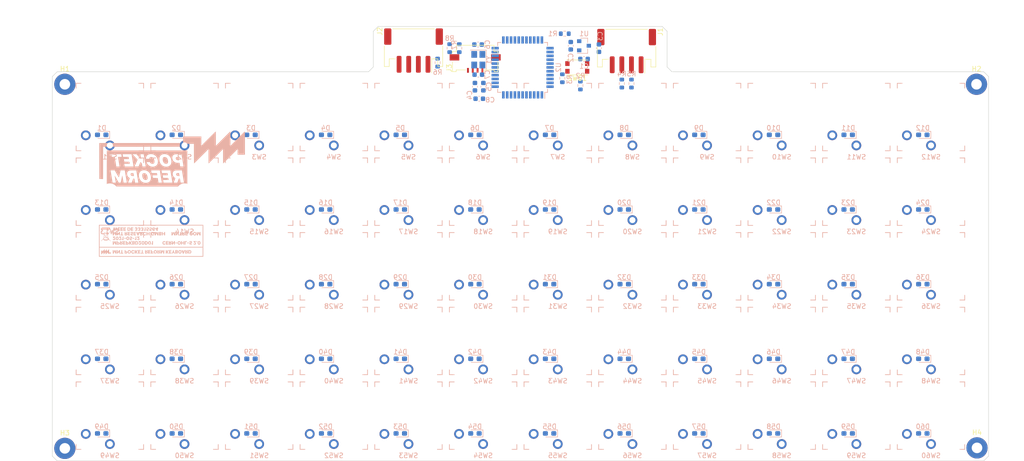
<source format=kicad_pcb>
(kicad_pcb (version 20171130) (host pcbnew 5.99.0+really5.1.10+dfsg1-1)
  (layers (0 F.Cu signal) (31 B.Cu signal) (34 B.Paste user) (35 F.Paste user) (36 B.SilkS user) (37 F.SilkS user) (38 B.Mask user) (39 F.Mask user) (44 Edge.Cuts user))
  (net 0 "")
  (net 1 GND)
  (net 2 +5V)
  (net 3 +3V3)
  (net 4 "Net-(C6-Pad1)")
  (net 5 "Net-(C7-Pad1)")
  (net 6 "Net-(C8-Pad1)")
  (net 7 "Net-(D1-Pad2)")
  (net 8 ROW1)
  (net 9 "Net-(D2-Pad2)")
  (net 10 "Net-(D3-Pad2)")
  (net 11 "Net-(D4-Pad2)")
  (net 12 "Net-(D5-Pad2)")
  (net 13 "Net-(D6-Pad2)")
  (net 14 "Net-(D7-Pad2)")
  (net 15 "Net-(D8-Pad2)")
  (net 16 "Net-(D9-Pad2)")
  (net 17 "Net-(D10-Pad2)")
  (net 18 "Net-(D11-Pad2)")
  (net 19 "Net-(D12-Pad2)")
  (net 20 "Net-(D13-Pad2)")
  (net 21 ROW2)
  (net 22 "Net-(D14-Pad2)")
  (net 23 "Net-(D15-Pad2)")
  (net 24 "Net-(D16-Pad2)")
  (net 25 "Net-(D17-Pad2)")
  (net 26 "Net-(D18-Pad2)")
  (net 27 "Net-(D19-Pad2)")
  (net 28 "Net-(D20-Pad2)")
  (net 29 "Net-(D21-Pad2)")
  (net 30 "Net-(D22-Pad2)")
  (net 31 "Net-(D23-Pad2)")
  (net 32 "Net-(D24-Pad2)")
  (net 33 "Net-(D25-Pad2)")
  (net 34 ROW3)
  (net 35 "Net-(D26-Pad2)")
  (net 36 "Net-(D27-Pad2)")
  (net 37 "Net-(D28-Pad2)")
  (net 38 "Net-(D29-Pad2)")
  (net 39 "Net-(D30-Pad2)")
  (net 40 "Net-(D31-Pad2)")
  (net 41 "Net-(D32-Pad2)")
  (net 42 "Net-(D33-Pad2)")
  (net 43 "Net-(D34-Pad2)")
  (net 44 "Net-(D35-Pad2)")
  (net 45 "Net-(D36-Pad2)")
  (net 46 "Net-(D37-Pad2)")
  (net 47 ROW4)
  (net 48 "Net-(D38-Pad2)")
  (net 49 "Net-(D39-Pad2)")
  (net 50 "Net-(D40-Pad2)")
  (net 51 "Net-(D41-Pad2)")
  (net 52 "Net-(D42-Pad2)")
  (net 53 "Net-(D43-Pad2)")
  (net 54 "Net-(D44-Pad2)")
  (net 55 "Net-(D45-Pad2)")
  (net 56 "Net-(D46-Pad2)")
  (net 57 "Net-(D47-Pad2)")
  (net 58 "Net-(D48-Pad2)")
  (net 59 "Net-(D49-Pad2)")
  (net 60 ROW5)
  (net 61 "Net-(D50-Pad2)")
  (net 62 "Net-(D51-Pad2)")
  (net 63 "Net-(D52-Pad2)")
  (net 64 "Net-(D53-Pad2)")
  (net 65 "Net-(D54-Pad2)")
  (net 66 "Net-(D55-Pad2)")
  (net 67 "Net-(D56-Pad2)")
  (net 68 "Net-(D57-Pad2)")
  (net 69 "Net-(D58-Pad2)")
  (net 70 "Net-(D59-Pad2)")
  (net 71 "Net-(D60-Pad2)")
  (net 72 D+)
  (net 73 D-)
  (net 74 UART_TX)
  (net 75 UART_RX)
  (net 76 "Net-(J2-Pad1)")
  (net 77 DISP_SDA)
  (net 78 DISP_SCL)
  (net 79 PROG)
  (net 80 RESET)
  (net 81 "Net-(R3-Pad1)")
  (net 82 "/Pocket Reform KBD MCU/UD+")
  (net 83 "/Pocket Reform KBD MCU/UD-")
  (net 84 COL1)
  (net 85 COL2)
  (net 86 COL3)
  (net 87 COL4)
  (net 88 COL5)
  (net 89 COL6)
  (net 90 COL7)
  (net 91 COL8)
  (net 92 COL9)
  (net 93 COL10)
  (net 94 COL11)
  (net 95 COL12)
  (net 96 "Net-(U2-Pad8)")
  (net 97 "Net-(U2-Pad9)")
  (net 98 "Net-(U2-Pad10)")
  (net 99 "Net-(U2-Pad11)")
  (module MountingHole:MountingHole_2.2mm_M2_Pad (layer F.Cu) (at 242.5 128.5)
    (fp_text reference H4 (at 0 -3.2) (layer F.SilkS))
    (fp_text value MH4)
    (pad 1 thru_hole circle (at 0 0) (size 4.4 4.4) (drill 2.2) (layers *.Cu *.Mask) (net 1 GND))
  )
  (module MountingHole:MountingHole_2.2mm_M2_Pad (layer F.Cu) (at 53.1 128.6)
    (fp_text reference H3 (at 0 -3.2) (layer F.SilkS))
    (fp_text value MH3)
    (pad 1 thru_hole circle (at 0 0) (size 4.4 4.4) (drill 2.2) (layers *.Cu *.Mask) (net 1 GND))
  )
  (module Diode_SMD:D_0603_1608Metric_Pad1.05x0.95mm_HandSolder (layer B.Cu) (at 231.25 125.5 180)
    (fp_text reference D60 (at 0 1.43) (layer B.SilkS) (effects (justify mirror)))
    (fp_text value MMDL914T1G)
    (pad 1 smd roundrect (at -0.875 0 180) (size 1.05 0.95) (layers B.Cu B.Paste B.Mask) (net 60 ROW5))
    (pad 2 smd roundrect (at 0.875 0 180) (size 1.05 0.95) (layers B.Cu B.Paste B.Mask) (net 71 "Net-(D60-Pad2)"))
  )
  (module Diode_SMD:D_0603_1608Metric_Pad1.05x0.95mm_HandSolder (layer B.Cu) (at 215.75 125.5 180)
    (fp_text reference D59 (at 0 1.43) (layer B.SilkS) (effects (justify mirror)))
    (fp_text value MMDL914T1G)
    (pad 1 smd roundrect (at -0.875 0 180) (size 1.05 0.95) (layers B.Cu B.Paste B.Mask) (net 60 ROW5))
    (pad 2 smd roundrect (at 0.875 0 180) (size 1.05 0.95) (layers B.Cu B.Paste B.Mask) (net 70 "Net-(D59-Pad2)"))
  )
  (module Diode_SMD:D_0603_1608Metric_Pad1.05x0.95mm_HandSolder (layer B.Cu) (at 200.25 125.5 180)
    (fp_text reference D58 (at 0 1.43) (layer B.SilkS) (effects (justify mirror)))
    (fp_text value MMDL914T1G)
    (pad 1 smd roundrect (at -0.875 0 180) (size 1.05 0.95) (layers B.Cu B.Paste B.Mask) (net 60 ROW5))
    (pad 2 smd roundrect (at 0.875 0 180) (size 1.05 0.95) (layers B.Cu B.Paste B.Mask) (net 69 "Net-(D58-Pad2)"))
  )
  (module Diode_SMD:D_0603_1608Metric_Pad1.05x0.95mm_HandSolder (layer B.Cu) (at 184.75 125.5 180)
    (fp_text reference D57 (at 0 1.43) (layer B.SilkS) (effects (justify mirror)))
    (fp_text value MMDL914T1G)
    (pad 1 smd roundrect (at -0.875 0 180) (size 1.05 0.95) (layers B.Cu B.Paste B.Mask) (net 60 ROW5))
    (pad 2 smd roundrect (at 0.875 0 180) (size 1.05 0.95) (layers B.Cu B.Paste B.Mask) (net 68 "Net-(D57-Pad2)"))
  )
  (module Diode_SMD:D_0603_1608Metric_Pad1.05x0.95mm_HandSolder (layer B.Cu) (at 169.25 125.5 180)
    (fp_text reference D56 (at 0 1.43) (layer B.SilkS) (effects (justify mirror)))
    (fp_text value MMDL914T1G)
    (pad 1 smd roundrect (at -0.875 0 180) (size 1.05 0.95) (layers B.Cu B.Paste B.Mask) (net 60 ROW5))
    (pad 2 smd roundrect (at 0.875 0 180) (size 1.05 0.95) (layers B.Cu B.Paste B.Mask) (net 67 "Net-(D56-Pad2)"))
  )
  (module Diode_SMD:D_0603_1608Metric_Pad1.05x0.95mm_HandSolder (layer B.Cu) (at 153.75 125.5 180)
    (fp_text reference D55 (at 0 1.43) (layer B.SilkS) (effects (justify mirror)))
    (fp_text value MMDL914T1G)
    (pad 1 smd roundrect (at -0.875 0 180) (size 1.05 0.95) (layers B.Cu B.Paste B.Mask) (net 60 ROW5))
    (pad 2 smd roundrect (at 0.875 0 180) (size 1.05 0.95) (layers B.Cu B.Paste B.Mask) (net 66 "Net-(D55-Pad2)"))
  )
  (module Diode_SMD:D_0603_1608Metric_Pad1.05x0.95mm_HandSolder (layer B.Cu) (at 138.25 125.5 180)
    (fp_text reference D54 (at 0 1.43) (layer B.SilkS) (effects (justify mirror)))
    (fp_text value MMDL914T1G)
    (pad 1 smd roundrect (at -0.875 0 180) (size 1.05 0.95) (layers B.Cu B.Paste B.Mask) (net 60 ROW5))
    (pad 2 smd roundrect (at 0.875 0 180) (size 1.05 0.95) (layers B.Cu B.Paste B.Mask) (net 65 "Net-(D54-Pad2)"))
  )
  (module Diode_SMD:D_0603_1608Metric_Pad1.05x0.95mm_HandSolder (layer B.Cu) (at 122.75 125.5 180)
    (fp_text reference D53 (at 0 1.43) (layer B.SilkS) (effects (justify mirror)))
    (fp_text value MMDL914T1G)
    (pad 1 smd roundrect (at -0.875 0 180) (size 1.05 0.95) (layers B.Cu B.Paste B.Mask) (net 60 ROW5))
    (pad 2 smd roundrect (at 0.875 0 180) (size 1.05 0.95) (layers B.Cu B.Paste B.Mask) (net 64 "Net-(D53-Pad2)"))
  )
  (module Diode_SMD:D_0603_1608Metric_Pad1.05x0.95mm_HandSolder (layer B.Cu) (at 107.25 125.5 180)
    (fp_text reference D52 (at 0 1.43) (layer B.SilkS) (effects (justify mirror)))
    (fp_text value MMDL914T1G)
    (pad 1 smd roundrect (at -0.875 0 180) (size 1.05 0.95) (layers B.Cu B.Paste B.Mask) (net 60 ROW5))
    (pad 2 smd roundrect (at 0.875 0 180) (size 1.05 0.95) (layers B.Cu B.Paste B.Mask) (net 63 "Net-(D52-Pad2)"))
  )
  (module Diode_SMD:D_0603_1608Metric_Pad1.05x0.95mm_HandSolder (layer B.Cu) (at 91.75 125.5 180)
    (fp_text reference D51 (at 0 1.43) (layer B.SilkS) (effects (justify mirror)))
    (fp_text value MMDL914T1G)
    (pad 1 smd roundrect (at -0.875 0 180) (size 1.05 0.95) (layers B.Cu B.Paste B.Mask) (net 60 ROW5))
    (pad 2 smd roundrect (at 0.875 0 180) (size 1.05 0.95) (layers B.Cu B.Paste B.Mask) (net 62 "Net-(D51-Pad2)"))
  )
  (module Diode_SMD:D_0603_1608Metric_Pad1.05x0.95mm_HandSolder (layer B.Cu) (at 76.25 125.5 180)
    (fp_text reference D50 (at 0 1.43) (layer B.SilkS) (effects (justify mirror)))
    (fp_text value MMDL914T1G)
    (pad 1 smd roundrect (at -0.875 0 180) (size 1.05 0.95) (layers B.Cu B.Paste B.Mask) (net 60 ROW5))
    (pad 2 smd roundrect (at 0.875 0 180) (size 1.05 0.95) (layers B.Cu B.Paste B.Mask) (net 61 "Net-(D50-Pad2)"))
  )
  (module Diode_SMD:D_0603_1608Metric_Pad1.05x0.95mm_HandSolder (layer B.Cu) (at 60.75 125.5 180)
    (fp_text reference D49 (at 0 1.43) (layer B.SilkS) (effects (justify mirror)))
    (fp_text value MMDL914T1G)
    (pad 1 smd roundrect (at -0.875 0 180) (size 1.05 0.95) (layers B.Cu B.Paste B.Mask) (net 60 ROW5))
    (pad 2 smd roundrect (at 0.875 0 180) (size 1.05 0.95) (layers B.Cu B.Paste B.Mask) (net 59 "Net-(D49-Pad2)"))
  )
  (module Diode_SMD:D_0603_1608Metric_Pad1.05x0.95mm_HandSolder (layer B.Cu) (at 231.25 110 180)
    (fp_text reference D48 (at 0 1.43) (layer B.SilkS) (effects (justify mirror)))
    (fp_text value MMDL914T1G)
    (pad 1 smd roundrect (at -0.875 0 180) (size 1.05 0.95) (layers B.Cu B.Paste B.Mask) (net 47 ROW4))
    (pad 2 smd roundrect (at 0.875 0 180) (size 1.05 0.95) (layers B.Cu B.Paste B.Mask) (net 58 "Net-(D48-Pad2)"))
  )
  (module Diode_SMD:D_0603_1608Metric_Pad1.05x0.95mm_HandSolder (layer B.Cu) (at 215.75 110 180)
    (fp_text reference D47 (at 0 1.43) (layer B.SilkS) (effects (justify mirror)))
    (fp_text value MMDL914T1G)
    (pad 1 smd roundrect (at -0.875 0 180) (size 1.05 0.95) (layers B.Cu B.Paste B.Mask) (net 47 ROW4))
    (pad 2 smd roundrect (at 0.875 0 180) (size 1.05 0.95) (layers B.Cu B.Paste B.Mask) (net 57 "Net-(D47-Pad2)"))
  )
  (module Diode_SMD:D_0603_1608Metric_Pad1.05x0.95mm_HandSolder (layer B.Cu) (at 200.25 110 180)
    (fp_text reference D46 (at 0 1.43) (layer B.SilkS) (effects (justify mirror)))
    (fp_text value MMDL914T1G)
    (pad 1 smd roundrect (at -0.875 0 180) (size 1.05 0.95) (layers B.Cu B.Paste B.Mask) (net 47 ROW4))
    (pad 2 smd roundrect (at 0.875 0 180) (size 1.05 0.95) (layers B.Cu B.Paste B.Mask) (net 56 "Net-(D46-Pad2)"))
  )
  (module Diode_SMD:D_0603_1608Metric_Pad1.05x0.95mm_HandSolder (layer B.Cu) (at 184.75 110 180)
    (fp_text reference D45 (at 0 1.43) (layer B.SilkS) (effects (justify mirror)))
    (fp_text value MMDL914T1G)
    (pad 1 smd roundrect (at -0.875 0 180) (size 1.05 0.95) (layers B.Cu B.Paste B.Mask) (net 47 ROW4))
    (pad 2 smd roundrect (at 0.875 0 180) (size 1.05 0.95) (layers B.Cu B.Paste B.Mask) (net 55 "Net-(D45-Pad2)"))
  )
  (module Diode_SMD:D_0603_1608Metric_Pad1.05x0.95mm_HandSolder (layer B.Cu) (at 169.25 110 180)
    (fp_text reference D44 (at 0 1.43) (layer B.SilkS) (effects (justify mirror)))
    (fp_text value MMDL914T1G)
    (pad 1 smd roundrect (at -0.875 0 180) (size 1.05 0.95) (layers B.Cu B.Paste B.Mask) (net 47 ROW4))
    (pad 2 smd roundrect (at 0.875 0 180) (size 1.05 0.95) (layers B.Cu B.Paste B.Mask) (net 54 "Net-(D44-Pad2)"))
  )
  (module Diode_SMD:D_0603_1608Metric_Pad1.05x0.95mm_HandSolder (layer B.Cu) (at 153.75 110 180)
    (fp_text reference D43 (at 0 1.43) (layer B.SilkS) (effects (justify mirror)))
    (fp_text value MMDL914T1G)
    (pad 1 smd roundrect (at -0.875 0 180) (size 1.05 0.95) (layers B.Cu B.Paste B.Mask) (net 47 ROW4))
    (pad 2 smd roundrect (at 0.875 0 180) (size 1.05 0.95) (layers B.Cu B.Paste B.Mask) (net 53 "Net-(D43-Pad2)"))
  )
  (module Diode_SMD:D_0603_1608Metric_Pad1.05x0.95mm_HandSolder (layer B.Cu) (at 138.25 110 180)
    (fp_text reference D42 (at 0 1.43) (layer B.SilkS) (effects (justify mirror)))
    (fp_text value MMDL914T1G)
    (pad 1 smd roundrect (at -0.875 0 180) (size 1.05 0.95) (layers B.Cu B.Paste B.Mask) (net 47 ROW4))
    (pad 2 smd roundrect (at 0.875 0 180) (size 1.05 0.95) (layers B.Cu B.Paste B.Mask) (net 52 "Net-(D42-Pad2)"))
  )
  (module Diode_SMD:D_0603_1608Metric_Pad1.05x0.95mm_HandSolder (layer B.Cu) (at 122.75 110 180)
    (fp_text reference D41 (at 0 1.43) (layer B.SilkS) (effects (justify mirror)))
    (fp_text value MMDL914T1G)
    (pad 1 smd roundrect (at -0.875 0 180) (size 1.05 0.95) (layers B.Cu B.Paste B.Mask) (net 47 ROW4))
    (pad 2 smd roundrect (at 0.875 0 180) (size 1.05 0.95) (layers B.Cu B.Paste B.Mask) (net 51 "Net-(D41-Pad2)"))
  )
  (module Diode_SMD:D_0603_1608Metric_Pad1.05x0.95mm_HandSolder (layer B.Cu) (at 107.25 110 180)
    (fp_text reference D40 (at 0 1.43) (layer B.SilkS) (effects (justify mirror)))
    (fp_text value MMDL914T1G)
    (pad 1 smd roundrect (at -0.875 0 180) (size 1.05 0.95) (layers B.Cu B.Paste B.Mask) (net 47 ROW4))
    (pad 2 smd roundrect (at 0.875 0 180) (size 1.05 0.95) (layers B.Cu B.Paste B.Mask) (net 50 "Net-(D40-Pad2)"))
  )
  (module Diode_SMD:D_0603_1608Metric_Pad1.05x0.95mm_HandSolder (layer B.Cu) (at 91.75 110 180)
    (fp_text reference D39 (at 0 1.43) (layer B.SilkS) (effects (justify mirror)))
    (fp_text value MMDL914T1G)
    (pad 1 smd roundrect (at -0.875 0 180) (size 1.05 0.95) (layers B.Cu B.Paste B.Mask) (net 47 ROW4))
    (pad 2 smd roundrect (at 0.875 0 180) (size 1.05 0.95) (layers B.Cu B.Paste B.Mask) (net 49 "Net-(D39-Pad2)"))
  )
  (module Diode_SMD:D_0603_1608Metric_Pad1.05x0.95mm_HandSolder (layer B.Cu) (at 76.25 110 180)
    (fp_text reference D38 (at 0 1.43) (layer B.SilkS) (effects (justify mirror)))
    (fp_text value MMDL914T1G)
    (pad 1 smd roundrect (at -0.875 0 180) (size 1.05 0.95) (layers B.Cu B.Paste B.Mask) (net 47 ROW4))
    (pad 2 smd roundrect (at 0.875 0 180) (size 1.05 0.95) (layers B.Cu B.Paste B.Mask) (net 48 "Net-(D38-Pad2)"))
  )
  (module Diode_SMD:D_0603_1608Metric_Pad1.05x0.95mm_HandSolder (layer B.Cu) (at 60.75 110 180)
    (fp_text reference D37 (at 0 1.43) (layer B.SilkS) (effects (justify mirror)))
    (fp_text value MMDL914T1G)
    (pad 1 smd roundrect (at -0.875 0 180) (size 1.05 0.95) (layers B.Cu B.Paste B.Mask) (net 47 ROW4))
    (pad 2 smd roundrect (at 0.875 0 180) (size 1.05 0.95) (layers B.Cu B.Paste B.Mask) (net 46 "Net-(D37-Pad2)"))
  )
  (module Diode_SMD:D_0603_1608Metric_Pad1.05x0.95mm_HandSolder (layer B.Cu) (at 231.25 94.5 180)
    (fp_text reference D36 (at 0 1.43) (layer B.SilkS) (effects (justify mirror)))
    (fp_text value MMDL914T1G)
    (pad 1 smd roundrect (at -0.875 0 180) (size 1.05 0.95) (layers B.Cu B.Paste B.Mask) (net 34 ROW3))
    (pad 2 smd roundrect (at 0.875 0 180) (size 1.05 0.95) (layers B.Cu B.Paste B.Mask) (net 45 "Net-(D36-Pad2)"))
  )
  (module Diode_SMD:D_0603_1608Metric_Pad1.05x0.95mm_HandSolder (layer B.Cu) (at 215.75 94.5 180)
    (fp_text reference D35 (at 0 1.43) (layer B.SilkS) (effects (justify mirror)))
    (fp_text value MMDL914T1G)
    (pad 1 smd roundrect (at -0.875 0 180) (size 1.05 0.95) (layers B.Cu B.Paste B.Mask) (net 34 ROW3))
    (pad 2 smd roundrect (at 0.875 0 180) (size 1.05 0.95) (layers B.Cu B.Paste B.Mask) (net 44 "Net-(D35-Pad2)"))
  )
  (module Diode_SMD:D_0603_1608Metric_Pad1.05x0.95mm_HandSolder (layer B.Cu) (at 200.25 94.5 180)
    (fp_text reference D34 (at 0 1.43) (layer B.SilkS) (effects (justify mirror)))
    (fp_text value MMDL914T1G)
    (pad 1 smd roundrect (at -0.875 0 180) (size 1.05 0.95) (layers B.Cu B.Paste B.Mask) (net 34 ROW3))
    (pad 2 smd roundrect (at 0.875 0 180) (size 1.05 0.95) (layers B.Cu B.Paste B.Mask) (net 43 "Net-(D34-Pad2)"))
  )
  (module Diode_SMD:D_0603_1608Metric_Pad1.05x0.95mm_HandSolder (layer B.Cu) (at 184.75 94.5 180)
    (fp_text reference D33 (at 0 1.43) (layer B.SilkS) (effects (justify mirror)))
    (fp_text value MMDL914T1G)
    (pad 1 smd roundrect (at -0.875 0 180) (size 1.05 0.95) (layers B.Cu B.Paste B.Mask) (net 34 ROW3))
    (pad 2 smd roundrect (at 0.875 0 180) (size 1.05 0.95) (layers B.Cu B.Paste B.Mask) (net 42 "Net-(D33-Pad2)"))
  )
  (module Diode_SMD:D_0603_1608Metric_Pad1.05x0.95mm_HandSolder (layer B.Cu) (at 169.25 94.5 180)
    (fp_text reference D32 (at 0 1.43) (layer B.SilkS) (effects (justify mirror)))
    (fp_text value MMDL914T1G)
    (pad 1 smd roundrect (at -0.875 0 180) (size 1.05 0.95) (layers B.Cu B.Paste B.Mask) (net 34 ROW3))
    (pad 2 smd roundrect (at 0.875 0 180) (size 1.05 0.95) (layers B.Cu B.Paste B.Mask) (net 41 "Net-(D32-Pad2)"))
  )
  (module Diode_SMD:D_0603_1608Metric_Pad1.05x0.95mm_HandSolder (layer B.Cu) (at 153.75 94.5 180)
    (fp_text reference D31 (at 0 1.43) (layer B.SilkS) (effects (justify mirror)))
    (fp_text value MMDL914T1G)
    (pad 1 smd roundrect (at -0.875 0 180) (size 1.05 0.95) (layers B.Cu B.Paste B.Mask) (net 34 ROW3))
    (pad 2 smd roundrect (at 0.875 0 180) (size 1.05 0.95) (layers B.Cu B.Paste B.Mask) (net 40 "Net-(D31-Pad2)"))
  )
  (module Diode_SMD:D_0603_1608Metric_Pad1.05x0.95mm_HandSolder (layer B.Cu) (at 138.25 94.5 180)
    (fp_text reference D30 (at 0 1.43) (layer B.SilkS) (effects (justify mirror)))
    (fp_text value MMDL914T1G)
    (pad 1 smd roundrect (at -0.875 0 180) (size 1.05 0.95) (layers B.Cu B.Paste B.Mask) (net 34 ROW3))
    (pad 2 smd roundrect (at 0.875 0 180) (size 1.05 0.95) (layers B.Cu B.Paste B.Mask) (net 39 "Net-(D30-Pad2)"))
  )
  (module Diode_SMD:D_0603_1608Metric_Pad1.05x0.95mm_HandSolder (layer B.Cu) (at 122.75 94.5 180)
    (fp_text reference D29 (at 0 1.43) (layer B.SilkS) (effects (justify mirror)))
    (fp_text value MMDL914T1G)
    (pad 1 smd roundrect (at -0.875 0 180) (size 1.05 0.95) (layers B.Cu B.Paste B.Mask) (net 34 ROW3))
    (pad 2 smd roundrect (at 0.875 0 180) (size 1.05 0.95) (layers B.Cu B.Paste B.Mask) (net 38 "Net-(D29-Pad2)"))
  )
  (module Diode_SMD:D_0603_1608Metric_Pad1.05x0.95mm_HandSolder (layer B.Cu) (at 107.25 94.5 180)
    (fp_text reference D28 (at 0 1.43) (layer B.SilkS) (effects (justify mirror)))
    (fp_text value MMDL914T1G)
    (pad 1 smd roundrect (at -0.875 0 180) (size 1.05 0.95) (layers B.Cu B.Paste B.Mask) (net 34 ROW3))
    (pad 2 smd roundrect (at 0.875 0 180) (size 1.05 0.95) (layers B.Cu B.Paste B.Mask) (net 37 "Net-(D28-Pad2)"))
  )
  (module Diode_SMD:D_0603_1608Metric_Pad1.05x0.95mm_HandSolder (layer B.Cu) (at 91.75 94.5 180)
    (fp_text reference D27 (at 0 1.43) (layer B.SilkS) (effects (justify mirror)))
    (fp_text value MMDL914T1G)
    (pad 1 smd roundrect (at -0.875 0 180) (size 1.05 0.95) (layers B.Cu B.Paste B.Mask) (net 34 ROW3))
    (pad 2 smd roundrect (at 0.875 0 180) (size 1.05 0.95) (layers B.Cu B.Paste B.Mask) (net 36 "Net-(D27-Pad2)"))
  )
  (module Diode_SMD:D_0603_1608Metric_Pad1.05x0.95mm_HandSolder (layer B.Cu) (at 76.25 94.5 180)
    (fp_text reference D26 (at 0 1.43) (layer B.SilkS) (effects (justify mirror)))
    (fp_text value MMDL914T1G)
    (pad 1 smd roundrect (at -0.875 0 180) (size 1.05 0.95) (layers B.Cu B.Paste B.Mask) (net 34 ROW3))
    (pad 2 smd roundrect (at 0.875 0 180) (size 1.05 0.95) (layers B.Cu B.Paste B.Mask) (net 35 "Net-(D26-Pad2)"))
  )
  (module Diode_SMD:D_0603_1608Metric_Pad1.05x0.95mm_HandSolder (layer B.Cu) (at 60.75 94.5 180)
    (fp_text reference D25 (at 0 1.43) (layer B.SilkS) (effects (justify mirror)))
    (fp_text value MMDL914T1G)
    (pad 1 smd roundrect (at -0.875 0 180) (size 1.05 0.95) (layers B.Cu B.Paste B.Mask) (net 34 ROW3))
    (pad 2 smd roundrect (at 0.875 0 180) (size 1.05 0.95) (layers B.Cu B.Paste B.Mask) (net 33 "Net-(D25-Pad2)"))
  )
  (module Diode_SMD:D_0603_1608Metric_Pad1.05x0.95mm_HandSolder (layer B.Cu) (at 231.25 79 180)
    (fp_text reference D24 (at 0 1.43) (layer B.SilkS) (effects (justify mirror)))
    (fp_text value MMDL914T1G)
    (pad 1 smd roundrect (at -0.875 0 180) (size 1.05 0.95) (layers B.Cu B.Paste B.Mask) (net 21 ROW2))
    (pad 2 smd roundrect (at 0.875 0 180) (size 1.05 0.95) (layers B.Cu B.Paste B.Mask) (net 32 "Net-(D24-Pad2)"))
  )
  (module Diode_SMD:D_0603_1608Metric_Pad1.05x0.95mm_HandSolder (layer B.Cu) (at 215.75 79 180)
    (fp_text reference D23 (at 0 1.43) (layer B.SilkS) (effects (justify mirror)))
    (fp_text value MMDL914T1G)
    (pad 1 smd roundrect (at -0.875 0 180) (size 1.05 0.95) (layers B.Cu B.Paste B.Mask) (net 21 ROW2))
    (pad 2 smd roundrect (at 0.875 0 180) (size 1.05 0.95) (layers B.Cu B.Paste B.Mask) (net 31 "Net-(D23-Pad2)"))
  )
  (module Diode_SMD:D_0603_1608Metric_Pad1.05x0.95mm_HandSolder (layer B.Cu) (at 200.25 79 180)
    (fp_text reference D22 (at 0 1.43) (layer B.SilkS) (effects (justify mirror)))
    (fp_text value MMDL914T1G)
    (pad 1 smd roundrect (at -0.875 0 180) (size 1.05 0.95) (layers B.Cu B.Paste B.Mask) (net 21 ROW2))
    (pad 2 smd roundrect (at 0.875 0 180) (size 1.05 0.95) (layers B.Cu B.Paste B.Mask) (net 30 "Net-(D22-Pad2)"))
  )
  (module Diode_SMD:D_0603_1608Metric_Pad1.05x0.95mm_HandSolder (layer B.Cu) (at 184.75 79 180)
    (fp_text reference D21 (at 0 1.43) (layer B.SilkS) (effects (justify mirror)))
    (fp_text value MMDL914T1G)
    (pad 1 smd roundrect (at -0.875 0 180) (size 1.05 0.95) (layers B.Cu B.Paste B.Mask) (net 21 ROW2))
    (pad 2 smd roundrect (at 0.875 0 180) (size 1.05 0.95) (layers B.Cu B.Paste B.Mask) (net 29 "Net-(D21-Pad2)"))
  )
  (module Diode_SMD:D_0603_1608Metric_Pad1.05x0.95mm_HandSolder (layer B.Cu) (at 169.25 79 180)
    (fp_text reference D20 (at 0 1.43) (layer B.SilkS) (effects (justify mirror)))
    (fp_text value MMDL914T1G)
    (pad 1 smd roundrect (at -0.875 0 180) (size 1.05 0.95) (layers B.Cu B.Paste B.Mask) (net 21 ROW2))
    (pad 2 smd roundrect (at 0.875 0 180) (size 1.05 0.95) (layers B.Cu B.Paste B.Mask) (net 28 "Net-(D20-Pad2)"))
  )
  (module Diode_SMD:D_0603_1608Metric_Pad1.05x0.95mm_HandSolder (layer B.Cu) (at 153.75 79 180)
    (fp_text reference D19 (at 0 1.43) (layer B.SilkS) (effects (justify mirror)))
    (fp_text value MMDL914T1G)
    (pad 1 smd roundrect (at -0.875 0 180) (size 1.05 0.95) (layers B.Cu B.Paste B.Mask) (net 21 ROW2))
    (pad 2 smd roundrect (at 0.875 0 180) (size 1.05 0.95) (layers B.Cu B.Paste B.Mask) (net 27 "Net-(D19-Pad2)"))
  )
  (module Diode_SMD:D_0603_1608Metric_Pad1.05x0.95mm_HandSolder (layer B.Cu) (at 138.25 79 180)
    (fp_text reference D18 (at 0 1.43) (layer B.SilkS) (effects (justify mirror)))
    (fp_text value MMDL914T1G)
    (pad 1 smd roundrect (at -0.875 0 180) (size 1.05 0.95) (layers B.Cu B.Paste B.Mask) (net 21 ROW2))
    (pad 2 smd roundrect (at 0.875 0 180) (size 1.05 0.95) (layers B.Cu B.Paste B.Mask) (net 26 "Net-(D18-Pad2)"))
  )
  (module Diode_SMD:D_0603_1608Metric_Pad1.05x0.95mm_HandSolder (layer B.Cu) (at 122.75 79 180)
    (fp_text reference D17 (at 0 1.43) (layer B.SilkS) (effects (justify mirror)))
    (fp_text value MMDL914T1G)
    (pad 1 smd roundrect (at -0.875 0 180) (size 1.05 0.95) (layers B.Cu B.Paste B.Mask) (net 21 ROW2))
    (pad 2 smd roundrect (at 0.875 0 180) (size 1.05 0.95) (layers B.Cu B.Paste B.Mask) (net 25 "Net-(D17-Pad2)"))
  )
  (module Diode_SMD:D_0603_1608Metric_Pad1.05x0.95mm_HandSolder (layer B.Cu) (at 107.25 79 180)
    (fp_text reference D16 (at 0 1.43) (layer B.SilkS) (effects (justify mirror)))
    (fp_text value MMDL914T1G)
    (pad 1 smd roundrect (at -0.875 0 180) (size 1.05 0.95) (layers B.Cu B.Paste B.Mask) (net 21 ROW2))
    (pad 2 smd roundrect (at 0.875 0 180) (size 1.05 0.95) (layers B.Cu B.Paste B.Mask) (net 24 "Net-(D16-Pad2)"))
  )
  (module Diode_SMD:D_0603_1608Metric_Pad1.05x0.95mm_HandSolder (layer B.Cu) (at 91.75 79 180)
    (fp_text reference D15 (at 0 1.43) (layer B.SilkS) (effects (justify mirror)))
    (fp_text value MMDL914T1G)
    (pad 1 smd roundrect (at -0.875 0 180) (size 1.05 0.95) (layers B.Cu B.Paste B.Mask) (net 21 ROW2))
    (pad 2 smd roundrect (at 0.875 0 180) (size 1.05 0.95) (layers B.Cu B.Paste B.Mask) (net 23 "Net-(D15-Pad2)"))
  )
  (module Diode_SMD:D_0603_1608Metric_Pad1.05x0.95mm_HandSolder (layer B.Cu) (at 76.25 79 180)
    (fp_text reference D14 (at 0 1.43) (layer B.SilkS) (effects (justify mirror)))
    (fp_text value MMDL914T1G)
    (pad 1 smd roundrect (at -0.875 0 180) (size 1.05 0.95) (layers B.Cu B.Paste B.Mask) (net 21 ROW2))
    (pad 2 smd roundrect (at 0.875 0 180) (size 1.05 0.95) (layers B.Cu B.Paste B.Mask) (net 22 "Net-(D14-Pad2)"))
  )
  (module Diode_SMD:D_0603_1608Metric_Pad1.05x0.95mm_HandSolder (layer B.Cu) (at 60.75 79 180)
    (fp_text reference D13 (at 0 1.43) (layer B.SilkS) (effects (justify mirror)))
    (fp_text value MMDL914T1G)
    (pad 1 smd roundrect (at -0.875 0 180) (size 1.05 0.95) (layers B.Cu B.Paste B.Mask) (net 21 ROW2))
    (pad 2 smd roundrect (at 0.875 0 180) (size 1.05 0.95) (layers B.Cu B.Paste B.Mask) (net 20 "Net-(D13-Pad2)"))
  )
  (module Diode_SMD:D_0603_1608Metric_Pad1.05x0.95mm_HandSolder (layer B.Cu) (at 231.25 63.5 180)
    (fp_text reference D12 (at 0 1.43) (layer B.SilkS) (effects (justify mirror)))
    (fp_text value MMDL914T1G)
    (pad 1 smd roundrect (at -0.875 0 180) (size 1.05 0.95) (layers B.Cu B.Paste B.Mask) (net 8 ROW1))
    (pad 2 smd roundrect (at 0.875 0 180) (size 1.05 0.95) (layers B.Cu B.Paste B.Mask) (net 19 "Net-(D12-Pad2)"))
  )
  (module Diode_SMD:D_0603_1608Metric_Pad1.05x0.95mm_HandSolder (layer B.Cu) (at 215.75 63.5 180)
    (fp_text reference D11 (at 0 1.43) (layer B.SilkS) (effects (justify mirror)))
    (fp_text value MMDL914T1G)
    (pad 1 smd roundrect (at -0.875 0 180) (size 1.05 0.95) (layers B.Cu B.Paste B.Mask) (net 8 ROW1))
    (pad 2 smd roundrect (at 0.875 0 180) (size 1.05 0.95) (layers B.Cu B.Paste B.Mask) (net 18 "Net-(D11-Pad2)"))
  )
  (module Diode_SMD:D_0603_1608Metric_Pad1.05x0.95mm_HandSolder (layer B.Cu) (at 200.25 63.5 180)
    (fp_text reference D10 (at 0 1.43) (layer B.SilkS) (effects (justify mirror)))
    (fp_text value MMDL914T1G)
    (pad 1 smd roundrect (at -0.875 0 180) (size 1.05 0.95) (layers B.Cu B.Paste B.Mask) (net 8 ROW1))
    (pad 2 smd roundrect (at 0.875 0 180) (size 1.05 0.95) (layers B.Cu B.Paste B.Mask) (net 17 "Net-(D10-Pad2)"))
  )
  (module Diode_SMD:D_0603_1608Metric_Pad1.05x0.95mm_HandSolder (layer B.Cu) (at 184.75 63.5 180)
    (fp_text reference D9 (at 0 1.43) (layer B.SilkS) (effects (justify mirror)))
    (fp_text value MMDL914T1G)
    (pad 1 smd roundrect (at -0.875 0 180) (size 1.05 0.95) (layers B.Cu B.Paste B.Mask) (net 8 ROW1))
    (pad 2 smd roundrect (at 0.875 0 180) (size 1.05 0.95) (layers B.Cu B.Paste B.Mask) (net 16 "Net-(D9-Pad2)"))
  )
  (module Diode_SMD:D_0603_1608Metric_Pad1.05x0.95mm_HandSolder (layer B.Cu) (at 169.25 63.5 180)
    (fp_text reference D8 (at 0 1.43) (layer B.SilkS) (effects (justify mirror)))
    (fp_text value MMDL914T1G)
    (pad 1 smd roundrect (at -0.875 0 180) (size 1.05 0.95) (layers B.Cu B.Paste B.Mask) (net 8 ROW1))
    (pad 2 smd roundrect (at 0.875 0 180) (size 1.05 0.95) (layers B.Cu B.Paste B.Mask) (net 15 "Net-(D8-Pad2)"))
  )
  (module Diode_SMD:D_0603_1608Metric_Pad1.05x0.95mm_HandSolder (layer B.Cu) (at 153.75 63.5 180)
    (fp_text reference D7 (at 0 1.43) (layer B.SilkS) (effects (justify mirror)))
    (fp_text value MMDL914T1G)
    (pad 1 smd roundrect (at -0.875 0 180) (size 1.05 0.95) (layers B.Cu B.Paste B.Mask) (net 8 ROW1))
    (pad 2 smd roundrect (at 0.875 0 180) (size 1.05 0.95) (layers B.Cu B.Paste B.Mask) (net 14 "Net-(D7-Pad2)"))
  )
  (module Diode_SMD:D_0603_1608Metric_Pad1.05x0.95mm_HandSolder (layer B.Cu) (at 138.25 63.5 180)
    (fp_text reference D6 (at 0 1.43) (layer B.SilkS) (effects (justify mirror)))
    (fp_text value MMDL914T1G)
    (pad 1 smd roundrect (at -0.875 0 180) (size 1.05 0.95) (layers B.Cu B.Paste B.Mask) (net 8 ROW1))
    (pad 2 smd roundrect (at 0.875 0 180) (size 1.05 0.95) (layers B.Cu B.Paste B.Mask) (net 13 "Net-(D6-Pad2)"))
  )
  (module Diode_SMD:D_0603_1608Metric_Pad1.05x0.95mm_HandSolder (layer B.Cu) (at 122.75 63.5 180)
    (fp_text reference D5 (at 0 1.43) (layer B.SilkS) (effects (justify mirror)))
    (fp_text value MMDL914T1G)
    (pad 1 smd roundrect (at -0.875 0 180) (size 1.05 0.95) (layers B.Cu B.Paste B.Mask) (net 8 ROW1))
    (pad 2 smd roundrect (at 0.875 0 180) (size 1.05 0.95) (layers B.Cu B.Paste B.Mask) (net 12 "Net-(D5-Pad2)"))
  )
  (module Diode_SMD:D_0603_1608Metric_Pad1.05x0.95mm_HandSolder (layer B.Cu) (at 107.25 63.5 180)
    (fp_text reference D4 (at 0 1.43) (layer B.SilkS) (effects (justify mirror)))
    (fp_text value MMDL914T1G)
    (pad 1 smd roundrect (at -0.875 0 180) (size 1.05 0.95) (layers B.Cu B.Paste B.Mask) (net 8 ROW1))
    (pad 2 smd roundrect (at 0.875 0 180) (size 1.05 0.95) (layers B.Cu B.Paste B.Mask) (net 11 "Net-(D4-Pad2)"))
  )
  (module Diode_SMD:D_0603_1608Metric_Pad1.05x0.95mm_HandSolder (layer B.Cu) (at 91.75 63.5 180)
    (fp_text reference D3 (at 0 1.43) (layer B.SilkS) (effects (justify mirror)))
    (fp_text value MMDL914T1G)
    (pad 1 smd roundrect (at -0.875 0 180) (size 1.05 0.95) (layers B.Cu B.Paste B.Mask) (net 8 ROW1))
    (pad 2 smd roundrect (at 0.875 0 180) (size 1.05 0.95) (layers B.Cu B.Paste B.Mask) (net 10 "Net-(D3-Pad2)"))
  )
  (module Diode_SMD:D_0603_1608Metric_Pad1.05x0.95mm_HandSolder (layer B.Cu) (at 76.25 63.5 180)
    (fp_text reference D2 (at 0 1.43) (layer B.SilkS) (effects (justify mirror)))
    (fp_text value MMDL914T1G)
    (pad 1 smd roundrect (at -0.875 0 180) (size 1.05 0.95) (layers B.Cu B.Paste B.Mask) (net 8 ROW1))
    (pad 2 smd roundrect (at 0.875 0 180) (size 1.05 0.95) (layers B.Cu B.Paste B.Mask) (net 9 "Net-(D2-Pad2)"))
  )
  (module MountingHole:MountingHole_2.2mm_M2_Pad (layer F.Cu) (at 242.4 53)
    (fp_text reference H2 (at 0 -3.2) (layer F.SilkS))
    (fp_text value MH2)
    (pad 1 thru_hole circle (at 0 0) (size 4.4 4.4) (drill 2.2) (layers *.Cu *.Mask) (net 1 GND))
  )
  (module MountingHole:MountingHole_2.2mm_M2_Pad (layer F.Cu) (at 53.1 53)
    (fp_text reference H1 (at 0 -3.2) (layer F.SilkS))
    (fp_text value MH1)
    (pad 1 thru_hole circle (at 0 0) (size 4.4 4.4) (drill 2.2) (layers *.Cu *.Mask) (net 1 GND))
  )
  (module Diode_SMD:D_0603_1608Metric_Pad1.05x0.95mm_HandSolder (layer B.Cu) (at 60.75 63.5 180)
    (fp_text reference D1 (at 0 1.43) (layer B.SilkS) (effects (justify mirror)))
    (fp_text value MMDL914T1G)
    (pad 2 smd roundrect (at 0.875 0 180) (size 1.05 0.95) (layers B.Cu B.Paste B.Mask) (net 7 "Net-(D1-Pad2)"))
    (pad 1 smd roundrect (at -0.875 0 180) (size 1.05 0.95) (layers B.Cu B.Paste B.Mask) (net 8 ROW1))
  )
  (module footprints:pocket-reform (layer B.Cu) (at 75 68.5 180)
    (fp_text reference GFX1 hide)
    (fp_text value MNT hide)
  )
  (module Crystal:Crystal_SMD_3225-4Pin_3.2x2.5mm (layer B.Cu) (at 138.95 47.9 270)
    (fp_text reference Y1 (at 0.1 -2.2 270) (layer B.SilkS) (effects (justify mirror)))
    (fp_text value 16MHz)
    (pad 1 smd rect (at -1.1 -0.85 270) (size 1.4 1.2) (layers B.Cu B.Paste B.Mask) (net 4 "Net-(C6-Pad1)"))
    (pad 2 smd rect (at 1.1 -0.85 270) (size 1.4 1.2) (layers B.Cu B.Paste B.Mask) (net 1 GND))
    (pad 3 smd rect (at 1.1 0.85 270) (size 1.4 1.2) (layers B.Cu B.Paste B.Mask) (net 5 "Net-(C7-Pad1)"))
    (pad 4 smd rect (at -1.1 0.85 270) (size 1.4 1.2) (layers B.Cu B.Paste B.Mask) (net 1 GND))
  )
  (module Package_TO_SOT_SMD:SOT-23 (layer B.Cu) (at 160.9 45)
    (fp_text reference U1 (at 0 -2.5) (layer B.SilkS) (effects (justify mirror)))
    (fp_text value MCP1700-3302E_SOT23)
    (pad 1 smd rect (at -1 0.95) (size 0.9 0.8) (layers B.Cu B.Paste B.Mask) (net 1 GND))
    (pad 2 smd rect (at -1 -0.95) (size 0.9 0.8) (layers B.Cu B.Paste B.Mask) (net 3 +3V3))
    (pad 3 smd rect (at 1 0) (size 0.9 0.8) (layers B.Cu B.Paste B.Mask) (net 2 +5V))
  )
  (module Connector_JST:JST_PH_S4B-PH-SM4-TB_1x04-1MP_P2.00mm_Horizontal (layer F.Cu) (at 169.75 46.1 180)
    (fp_text reference J1 (at -7 4 270) (layer F.SilkS))
    (fp_text value USB)
    (pad 1 smd roundrect (at -3 -2.85 180) (size 1 3.5) (layers F.Cu F.Paste F.Mask) (net 2 +5V))
    (pad 2 smd roundrect (at -1 -2.85 180) (size 1 3.5) (layers F.Cu F.Paste F.Mask) (net 73 D-))
    (pad 3 smd roundrect (at 1 -2.85 180) (size 1 3.5) (layers F.Cu F.Paste F.Mask) (net 72 D+))
    (pad 4 smd roundrect (at 3 -2.85 180) (size 1 3.5) (layers F.Cu F.Paste F.Mask) (net 1 GND))
    (pad MP smd roundrect (at -5.35 2.9 180) (size 1.5 3.4) (layers F.Cu F.Paste F.Mask) (roundrect_rratio 0.1666666666666667))
    (pad MP smd roundrect (at 5.35 2.9 180) (size 1.5 3.4) (layers F.Cu F.Paste F.Mask) (roundrect_rratio 0.1666666666666667))
  )
  (module Resistor_SMD:R_0603_1608Metric (layer B.Cu) (at 170.75 52.85 270)
    (fp_text reference R5 (at -2 0) (layer B.SilkS) (effects (justify mirror)))
    (fp_text value 22)
    (pad 1 smd roundrect (at -0.825 0 270) (size 0.8 0.95) (layers B.Cu B.Paste B.Mask) (net 83 "/Pocket Reform KBD MCU/UD-"))
    (pad 2 smd roundrect (at 0.825 0 270) (size 0.8 0.95) (layers B.Cu B.Paste B.Mask) (net 73 D-))
  )
  (module footprints:mpre-badge-d1 (layer B.Cu) (at 71 85.5)
    (fp_text reference GFX2 hide)
    (fp_text value MNT hide)
  )
  (module Resistor_SMD:R_0603_1608Metric (layer B.Cu) (at 133 45.5 270)
    (fp_text reference R8 (at -2.05 0 180) (layer B.SilkS) (effects (justify mirror)))
    (fp_text value 4.7k)
    (pad 1 smd roundrect (at -0.825 0 270) (size 0.8 0.95) (layers B.Cu B.Paste B.Mask) (net 3 +3V3))
    (pad 2 smd roundrect (at 0.825 0 270) (size 0.8 0.95) (layers B.Cu B.Paste B.Mask) (net 78 DISP_SCL))
  )
  (module Button_Switch_SMD:SW_Push_1P1T_NO_CK_KMR2 (layer F.Cu) (at 159.5 49.5 180)
    (fp_text reference SW61 (at 0 -2.25) (layer F.SilkS))
    (fp_text value RESET)
    (pad 1 smd rect (at -2.05 -0.8 180) (size 0.9 1) (layers F.Cu F.Paste F.Mask) (net 80 RESET))
    (pad 2 smd rect (at -2.05 0.8 180) (size 0.9 1) (layers F.Cu F.Paste F.Mask) (net 1 GND))
    (pad 1 smd rect (at 2.05 -0.8 180) (size 0.9 1) (layers F.Cu F.Paste F.Mask) (net 80 RESET))
    (pad 2 smd rect (at 2.05 0.8 180) (size 0.9 1) (layers F.Cu F.Paste F.Mask) (net 1 GND))
  )
  (module Resistor_SMD:R_0603_1608Metric (layer B.Cu) (at 135 45.5 270)
    (fp_text reference R7 (at -0.7 1.05 90) (layer B.SilkS) (effects (justify mirror)))
    (fp_text value 4.7k)
    (pad 1 smd roundrect (at -0.825 0 270) (size 0.8 0.95) (layers B.Cu B.Paste B.Mask) (net 3 +3V3))
    (pad 2 smd roundrect (at 0.825 0 270) (size 0.8 0.95) (layers B.Cu B.Paste B.Mask) (net 77 DISP_SDA))
  )
  (module Resistor_SMD:R_0603_1608Metric (layer B.Cu) (at 168.75 52.85 270)
    (fp_text reference R4 (at -2 0) (layer B.SilkS) (effects (justify mirror)))
    (fp_text value 22)
    (pad 1 smd roundrect (at -0.825 0 270) (size 0.8 0.95) (layers B.Cu B.Paste B.Mask) (net 82 "/Pocket Reform KBD MCU/UD+"))
    (pad 2 smd roundrect (at 0.825 0 270) (size 0.8 0.95) (layers B.Cu B.Paste B.Mask) (net 72 D+))
  )
  (module Resistor_SMD:R_0603_1608Metric (layer B.Cu) (at 130.5 48.5 90)
    (fp_text reference R6 (at -2 0 180) (layer B.SilkS) (effects (justify mirror)))
    (fp_text value 0)
    (pad 1 smd roundrect (at -0.825 0 90) (size 0.8 0.95) (layers B.Cu B.Paste B.Mask) (net 76 "Net-(J2-Pad1)"))
    (pad 2 smd roundrect (at 0.825 0 90) (size 0.8 0.95) (layers B.Cu B.Paste B.Mask) (net 3 +3V3))
  )
  (module Capacitor_SMD:C_0603_1608Metric (layer B.Cu) (at 160.9 47.75 180)
    (fp_text reference C1 (at 0 -1.5) (layer B.SilkS) (effects (justify mirror)))
    (fp_text value 1uF)
    (pad 1 smd roundrect (at -0.775 0 180) (size 0.9 0.95) (layers B.Cu B.Paste B.Mask) (net 2 +5V))
    (pad 2 smd roundrect (at 0.775 0 180) (size 0.9 0.95) (layers B.Cu B.Paste B.Mask) (net 1 GND))
  )
  (module Resistor_SMD:R_0603_1608Metric (layer B.Cu) (at 156.4 51.75 270)
    (fp_text reference R3 (at 0.25 -1.5 270) (layer B.SilkS) (effects (justify mirror)))
    (fp_text value 0)
    (pad 1 smd roundrect (at -0.825 0 270) (size 0.8 0.95) (layers B.Cu B.Paste B.Mask) (net 81 "Net-(R3-Pad1)"))
    (pad 2 smd roundrect (at 0.825 0 270) (size 0.8 0.95) (layers B.Cu B.Paste B.Mask) (net 3 +3V3))
  )
  (module Connector_JST:JST_PH_S4B-PH-SM4-TB_1x04-1MP_P2.00mm_Horizontal (layer F.Cu) (at 125.5 46 180)
    (fp_text reference J2 (at 7 4 270) (layer F.SilkS))
    (fp_text value UART)
    (pad 1 smd roundrect (at -3 -2.85 180) (size 1 3.5) (layers F.Cu F.Paste F.Mask) (net 76 "Net-(J2-Pad1)"))
    (pad 2 smd roundrect (at -1 -2.85 180) (size 1 3.5) (layers F.Cu F.Paste F.Mask) (net 75 UART_RX))
    (pad 3 smd roundrect (at 1 -2.85 180) (size 1 3.5) (layers F.Cu F.Paste F.Mask) (net 74 UART_TX))
    (pad 4 smd roundrect (at 3 -2.85 180) (size 1 3.5) (layers F.Cu F.Paste F.Mask) (net 1 GND))
    (pad MP smd roundrect (at -5.35 2.9 180) (size 1.5 3.4) (layers F.Cu F.Paste F.Mask) (roundrect_rratio 0.1666666666666667))
    (pad MP smd roundrect (at 5.35 2.9 180) (size 1.5 3.4) (layers F.Cu F.Paste F.Mask) (roundrect_rratio 0.1666666666666667))
  )
  (module Connector_FFC-FPC:Molex_200528-0040_1x04-1MP_P1.00mm_Horizontal (layer F.Cu) (at 138.3 49.2 180)
    (fp_text reference J3 (at 5.4 -0.45 270) (layer F.SilkS))
    (fp_text value AUX)
    (pad MP smd rect (at -4.3 1.79 180) (size 2 1.3) (layers F.Cu F.Paste F.Mask))
    (pad MP smd rect (at 4.3 1.79 180) (size 2 1.3) (layers F.Cu F.Paste F.Mask))
    (pad 1 smd rect (at -1.5 -0.91 180) (size 0.4 1) (layers F.Cu F.Paste F.Mask) (net 3 +3V3))
    (pad 2 smd rect (at -0.5 -0.91 180) (size 0.4 1) (layers F.Cu F.Paste F.Mask) (net 78 DISP_SCL))
    (pad 3 smd rect (at 0.5 -0.91 180) (size 0.4 1) (layers F.Cu F.Paste F.Mask) (net 77 DISP_SDA))
    (pad 4 smd rect (at 1.5 -0.91 180) (size 0.4 1) (layers F.Cu F.Paste F.Mask) (net 1 GND))
  )
  (module Package_QFP:TQFP-44_10x10mm_P0.8mm (layer B.Cu) (at 148.15 49.5 90)
    (fp_text reference U2 (at 0 7.450001 270) (layer B.SilkS) (effects (justify mirror)))
    (fp_text value ATMEGA32U4-AU)
    (pad 1 smd rect (at -5.7 4 90) (size 1.5 0.55) (layers B.Cu B.Paste B.Mask) (net 86 COL3))
    (pad 2 smd rect (at -5.7 3.2 90) (size 1.5 0.55) (layers B.Cu B.Paste B.Mask) (net 2 +5V))
    (pad 3 smd rect (at -5.7 2.4 90) (size 1.5 0.55) (layers B.Cu B.Paste B.Mask) (net 83 "/Pocket Reform KBD MCU/UD-"))
    (pad 4 smd rect (at -5.7 1.6 90) (size 1.5 0.55) (layers B.Cu B.Paste B.Mask) (net 82 "/Pocket Reform KBD MCU/UD+"))
    (pad 5 smd rect (at -5.7 0.8 90) (size 1.5 0.55) (layers B.Cu B.Paste B.Mask) (net 1 GND))
    (pad 6 smd rect (at -5.7 0 90) (size 1.5 0.55) (layers B.Cu B.Paste B.Mask) (net 6 "Net-(C8-Pad1)"))
    (pad 7 smd rect (at -5.7 -0.8 90) (size 1.5 0.55) (layers B.Cu B.Paste B.Mask) (net 2 +5V))
    (pad 8 smd rect (at -5.7 -1.6 90) (size 1.5 0.55) (layers B.Cu B.Paste B.Mask) (net 96 "Net-(U2-Pad8)"))
    (pad 9 smd rect (at -5.7 -2.4 90) (size 1.5 0.55) (layers B.Cu B.Paste B.Mask) (net 97 "Net-(U2-Pad9)"))
    (pad 10 smd rect (at -5.7 -3.2 90) (size 1.5 0.55) (layers B.Cu B.Paste B.Mask) (net 98 "Net-(U2-Pad10)"))
    (pad 11 smd rect (at -5.7 -4 90) (size 1.5 0.55) (layers B.Cu B.Paste B.Mask) (net 99 "Net-(U2-Pad11)"))
    (pad 12 smd rect (at -4 -5.7) (size 1.5 0.55) (layers B.Cu B.Paste B.Mask) (net 95 COL12))
    (pad 13 smd rect (at -3.2 -5.7) (size 1.5 0.55) (layers B.Cu B.Paste B.Mask) (net 80 RESET))
    (pad 14 smd rect (at -2.4 -5.7) (size 1.5 0.55) (layers B.Cu B.Paste B.Mask) (net 3 +3V3))
    (pad 15 smd rect (at -1.6 -5.7) (size 1.5 0.55) (layers B.Cu B.Paste B.Mask) (net 1 GND))
    (pad 16 smd rect (at -0.8 -5.7) (size 1.5 0.55) (layers B.Cu B.Paste B.Mask) (net 5 "Net-(C7-Pad1)"))
    (pad 17 smd rect (at 0 -5.7) (size 1.5 0.55) (layers B.Cu B.Paste B.Mask) (net 4 "Net-(C6-Pad1)"))
    (pad 18 smd rect (at 0.8 -5.7) (size 1.5 0.55) (layers B.Cu B.Paste B.Mask) (net 78 DISP_SCL))
    (pad 19 smd rect (at 1.6 -5.7) (size 1.5 0.55) (layers B.Cu B.Paste B.Mask) (net 77 DISP_SDA))
    (pad 20 smd rect (at 2.4 -5.7) (size 1.5 0.55) (layers B.Cu B.Paste B.Mask) (net 75 UART_RX))
    (pad 21 smd rect (at 3.2 -5.7) (size 1.5 0.55) (layers B.Cu B.Paste B.Mask) (net 74 UART_TX))
    (pad 22 smd rect (at 4 -5.7) (size 1.5 0.55) (layers B.Cu B.Paste B.Mask) (net 84 COL1))
    (pad 23 smd rect (at 5.7 -4 90) (size 1.5 0.55) (layers B.Cu B.Paste B.Mask) (net 1 GND))
    (pad 24 smd rect (at 5.7 -3.2 90) (size 1.5 0.55) (layers B.Cu B.Paste B.Mask) (net 3 +3V3))
    (pad 25 smd rect (at 5.7 -2.4 90) (size 1.5 0.55) (layers B.Cu B.Paste B.Mask) (net 89 COL6))
    (pad 26 smd rect (at 5.7 -1.6 90) (size 1.5 0.55) (layers B.Cu B.Paste B.Mask) (net 60 ROW5))
    (pad 27 smd rect (at 5.7 -0.8 90) (size 1.5 0.55) (layers B.Cu B.Paste B.Mask) (net 47 ROW4))
    (pad 28 smd rect (at 5.7 0 90) (size 1.5 0.55) (layers B.Cu B.Paste B.Mask) (net 34 ROW3))
    (pad 29 smd rect (at 5.7 0.8 90) (size 1.5 0.55) (layers B.Cu B.Paste B.Mask) (net 21 ROW2))
    (pad 30 smd rect (at 5.7 1.6 90) (size 1.5 0.55) (layers B.Cu B.Paste B.Mask) (net 8 ROW1))
    (pad 31 smd rect (at 5.7 2.4 90) (size 1.5 0.55) (layers B.Cu B.Paste B.Mask) (net 88 COL5))
    (pad 32 smd rect (at 5.7 3.2 90) (size 1.5 0.55) (layers B.Cu B.Paste B.Mask) (net 87 COL4))
    (pad 33 smd rect (at 5.7 4 90) (size 1.5 0.55) (layers B.Cu B.Paste B.Mask) (net 79 PROG))
    (pad 34 smd rect (at 4 5.7) (size 1.5 0.55) (layers B.Cu B.Paste B.Mask) (net 3 +3V3))
    (pad 35 smd rect (at 3.2 5.7) (size 1.5 0.55) (layers B.Cu B.Paste B.Mask) (net 1 GND))
    (pad 36 smd rect (at 2.4 5.7) (size 1.5 0.55) (layers B.Cu B.Paste B.Mask) (net 85 COL2))
    (pad 37 smd rect (at 1.6 5.7) (size 1.5 0.55) (layers B.Cu B.Paste B.Mask) (net 90 COL7))
    (pad 38 smd rect (at 0.8 5.7) (size 1.5 0.55) (layers B.Cu B.Paste B.Mask) (net 91 COL8))
    (pad 39 smd rect (at 0 5.7) (size 1.5 0.55) (layers B.Cu B.Paste B.Mask) (net 92 COL9))
    (pad 40 smd rect (at -0.8 5.7) (size 1.5 0.55) (layers B.Cu B.Paste B.Mask) (net 93 COL10))
    (pad 41 smd rect (at -1.6 5.7) (size 1.5 0.55) (layers B.Cu B.Paste B.Mask) (net 94 COL11))
    (pad 42 smd rect (at -2.4 5.7) (size 1.5 0.55) (layers B.Cu B.Paste B.Mask) (net 81 "Net-(R3-Pad1)"))
    (pad 43 smd rect (at -3.2 5.7) (size 1.5 0.55) (layers B.Cu B.Paste B.Mask) (net 1 GND))
    (pad 44 smd rect (at -4 5.7) (size 1.5 0.55) (layers B.Cu B.Paste B.Mask) (net 3 +3V3))
  )
  (module Resistor_SMD:R_0603_1608Metric (layer B.Cu) (at 156.9 42.5 180)
    (fp_text reference R1 (at 2.5 0) (layer B.SilkS) (effects (justify mirror)))
    (fp_text value 0)
    (pad 1 smd roundrect (at -0.825 0 180) (size 0.8 0.95) (layers B.Cu B.Paste B.Mask) (net 1 GND))
    (pad 2 smd roundrect (at 0.825 0 180) (size 0.8 0.95) (layers B.Cu B.Paste B.Mask) (net 79 PROG))
  )
  (module Resistor_SMD:R_0603_1608Metric (layer B.Cu) (at 160.15 53.25 270)
    (fp_text reference R2 (at -2 0 180) (layer B.SilkS) (effects (justify mirror)))
    (fp_text value 10k)
    (pad 1 smd roundrect (at -0.825 0 270) (size 0.8 0.95) (layers B.Cu B.Paste B.Mask) (net 3 +3V3))
    (pad 2 smd roundrect (at 0.825 0 270) (size 0.8 0.95) (layers B.Cu B.Paste B.Mask) (net 80 RESET))
  )
  (module Capacitor_SMD:C_0603_1608Metric (layer B.Cu) (at 139.15 56 180)
    (fp_text reference C8 (at -2.25 -0.25) (layer B.SilkS) (effects (justify mirror)))
    (fp_text value 1uF)
    (pad 1 smd roundrect (at -0.775 0 180) (size 0.9 0.95) (layers B.Cu B.Paste B.Mask) (net 6 "Net-(C8-Pad1)"))
    (pad 2 smd roundrect (at 0.775 0 180) (size 0.9 0.95) (layers B.Cu B.Paste B.Mask) (net 1 GND))
  )
  (module Capacitor_SMD:C_0603_1608Metric (layer B.Cu) (at 138.9 44.75 180)
    (fp_text reference C6 (at -1.95 0 270) (layer B.SilkS) (effects (justify mirror)))
    (fp_text value 18pF)
    (pad 1 smd roundrect (at -0.775 0 180) (size 0.9 0.95) (layers B.Cu B.Paste B.Mask) (net 4 "Net-(C6-Pad1)"))
    (pad 2 smd roundrect (at 0.775 0 180) (size 0.9 0.95) (layers B.Cu B.Paste B.Mask) (net 1 GND))
  )
  (module Capacitor_SMD:C_0603_1608Metric (layer B.Cu) (at 140 53.5 270)
    (fp_text reference C5 (at 0 -1.15 270) (layer B.SilkS) (effects (justify mirror)))
    (fp_text value 0.1uF)
    (pad 1 smd roundrect (at -0.775 0 270) (size 0.9 0.95) (layers B.Cu B.Paste B.Mask) (net 3 +3V3))
    (pad 2 smd roundrect (at 0.775 0 270) (size 0.9 0.95) (layers B.Cu B.Paste B.Mask) (net 1 GND))
  )
  (module Capacitor_SMD:C_0603_1608Metric (layer B.Cu) (at 138.25 53.5 270)
    (fp_text reference C4 (at 1.75 1.1 270) (layer B.SilkS) (effects (justify mirror)))
    (fp_text value 1uF)
    (pad 1 smd roundrect (at -0.775 0 270) (size 0.9 0.95) (layers B.Cu B.Paste B.Mask) (net 3 +3V3))
    (pad 2 smd roundrect (at 0.775 0 270) (size 0.9 0.95) (layers B.Cu B.Paste B.Mask) (net 1 GND))
  )
  (module Capacitor_SMD:C_0603_1608Metric (layer B.Cu) (at 164 45.5 270)
    (fp_text reference C3 (at -2.5 -0.25 90) (layer B.SilkS) (effects (justify mirror)))
    (fp_text value 0.1uF)
    (pad 1 smd roundrect (at -0.775 0 270) (size 0.9 0.95) (layers B.Cu B.Paste B.Mask) (net 2 +5V))
    (pad 2 smd roundrect (at 0.775 0 270) (size 0.9 0.95) (layers B.Cu B.Paste B.Mask) (net 1 GND))
  )
  (module Capacitor_SMD:C_0603_1608Metric (layer B.Cu) (at 158.15 45 270)
    (fp_text reference C2 (at 2.5 0 270) (layer B.SilkS) (effects (justify mirror)))
    (fp_text value 1uF)
    (pad 1 smd roundrect (at -0.775 0 270) (size 0.9 0.95) (layers B.Cu B.Paste B.Mask) (net 3 +3V3))
    (pad 2 smd roundrect (at 0.775 0 270) (size 0.9 0.95) (layers B.Cu B.Paste B.Mask) (net 1 GND))
  )
  (module Capacitor_SMD:C_0603_1608Metric (layer B.Cu) (at 138.95 51 180)
    (fp_text reference C7 (at -1.9 0 270) (layer B.SilkS) (effects (justify mirror)))
    (fp_text value 18pF)
    (pad 1 smd roundrect (at -0.775 0 180) (size 0.9 0.95) (layers B.Cu B.Paste B.Mask) (net 5 "Net-(C7-Pad1)"))
    (pad 2 smd roundrect (at 0.775 0 180) (size 0.9 0.95) (layers B.Cu B.Paste B.Mask) (net 1 GND))
  )
  (module keyswitches:PG1350 (layer F.Cu) (at 232.95 121.8)
    (fp_text reference SW60 (at 0 8.3) (layer B.SilkS) (effects (justify mirror)))
    (fp_text value Choc)
    (pad "" np_thru_hole circle (at -5.5 0) (size 1.7018 1.7018) (drill 1.7018) (layers *.Cu *.Mask))
    (pad "" np_thru_hole circle (at 5.5 0) (size 1.7018 1.7018) (drill 1.7018) (layers *.Cu *.Mask))
    (pad 1 thru_hole circle (at 0 5.9) (size 2.032 2.032) (drill 1.27) (layers *.Cu *.Mask) (net 95 COL12))
    (pad 2 thru_hole circle (at -5 3.8) (size 2.032 2.032) (drill 1.27) (layers *.Cu *.Mask) (net 71 "Net-(D60-Pad2)"))
    (pad "" np_thru_hole circle (at 0 0) (size 3.429 3.429) (drill 3.429) (layers *.Cu *.Mask))
  )
  (module keyswitches:PG1350 (layer F.Cu) (at 217.45 121.8)
    (fp_text reference SW59 (at 0 8.3) (layer B.SilkS) (effects (justify mirror)))
    (fp_text value Choc)
    (pad "" np_thru_hole circle (at -5.5 0) (size 1.7018 1.7018) (drill 1.7018) (layers *.Cu *.Mask))
    (pad "" np_thru_hole circle (at 5.5 0) (size 1.7018 1.7018) (drill 1.7018) (layers *.Cu *.Mask))
    (pad 1 thru_hole circle (at 0 5.9) (size 2.032 2.032) (drill 1.27) (layers *.Cu *.Mask) (net 94 COL11))
    (pad 2 thru_hole circle (at -5 3.8) (size 2.032 2.032) (drill 1.27) (layers *.Cu *.Mask) (net 70 "Net-(D59-Pad2)"))
    (pad "" np_thru_hole circle (at 0 0) (size 3.429 3.429) (drill 3.429) (layers *.Cu *.Mask))
  )
  (module keyswitches:PG1350 (layer F.Cu) (at 201.95 121.8)
    (fp_text reference SW58 (at 0 8.3) (layer B.SilkS) (effects (justify mirror)))
    (fp_text value Choc)
    (pad "" np_thru_hole circle (at -5.5 0) (size 1.7018 1.7018) (drill 1.7018) (layers *.Cu *.Mask))
    (pad "" np_thru_hole circle (at 5.5 0) (size 1.7018 1.7018) (drill 1.7018) (layers *.Cu *.Mask))
    (pad 1 thru_hole circle (at 0 5.9) (size 2.032 2.032) (drill 1.27) (layers *.Cu *.Mask) (net 93 COL10))
    (pad 2 thru_hole circle (at -5 3.8) (size 2.032 2.032) (drill 1.27) (layers *.Cu *.Mask) (net 69 "Net-(D58-Pad2)"))
    (pad "" np_thru_hole circle (at 0 0) (size 3.429 3.429) (drill 3.429) (layers *.Cu *.Mask))
  )
  (module keyswitches:PG1350 (layer F.Cu) (at 186.45 121.8)
    (fp_text reference SW57 (at 0 8.3) (layer B.SilkS) (effects (justify mirror)))
    (fp_text value Choc)
    (pad "" np_thru_hole circle (at -5.5 0) (size 1.7018 1.7018) (drill 1.7018) (layers *.Cu *.Mask))
    (pad "" np_thru_hole circle (at 5.5 0) (size 1.7018 1.7018) (drill 1.7018) (layers *.Cu *.Mask))
    (pad 1 thru_hole circle (at 0 5.9) (size 2.032 2.032) (drill 1.27) (layers *.Cu *.Mask) (net 92 COL9))
    (pad 2 thru_hole circle (at -5 3.8) (size 2.032 2.032) (drill 1.27) (layers *.Cu *.Mask) (net 68 "Net-(D57-Pad2)"))
    (pad "" np_thru_hole circle (at 0 0) (size 3.429 3.429) (drill 3.429) (layers *.Cu *.Mask))
  )
  (module keyswitches:PG1350 (layer F.Cu) (at 170.95 121.8)
    (fp_text reference SW56 (at 0 8.3) (layer B.SilkS) (effects (justify mirror)))
    (fp_text value Choc)
    (pad "" np_thru_hole circle (at -5.5 0) (size 1.7018 1.7018) (drill 1.7018) (layers *.Cu *.Mask))
    (pad "" np_thru_hole circle (at 5.5 0) (size 1.7018 1.7018) (drill 1.7018) (layers *.Cu *.Mask))
    (pad 1 thru_hole circle (at 0 5.9) (size 2.032 2.032) (drill 1.27) (layers *.Cu *.Mask) (net 91 COL8))
    (pad 2 thru_hole circle (at -5 3.8) (size 2.032 2.032) (drill 1.27) (layers *.Cu *.Mask) (net 67 "Net-(D56-Pad2)"))
    (pad "" np_thru_hole circle (at 0 0) (size 3.429 3.429) (drill 3.429) (layers *.Cu *.Mask))
  )
  (module keyswitches:PG1350 (layer F.Cu) (at 155.45 121.8)
    (fp_text reference SW55 (at 0 8.3) (layer B.SilkS) (effects (justify mirror)))
    (fp_text value Choc)
    (pad "" np_thru_hole circle (at -5.5 0) (size 1.7018 1.7018) (drill 1.7018) (layers *.Cu *.Mask))
    (pad "" np_thru_hole circle (at 5.5 0) (size 1.7018 1.7018) (drill 1.7018) (layers *.Cu *.Mask))
    (pad 1 thru_hole circle (at 0 5.9) (size 2.032 2.032) (drill 1.27) (layers *.Cu *.Mask) (net 90 COL7))
    (pad 2 thru_hole circle (at -5 3.8) (size 2.032 2.032) (drill 1.27) (layers *.Cu *.Mask) (net 66 "Net-(D55-Pad2)"))
    (pad "" np_thru_hole circle (at 0 0) (size 3.429 3.429) (drill 3.429) (layers *.Cu *.Mask))
  )
  (module keyswitches:PG1350 (layer F.Cu) (at 139.95 121.8)
    (fp_text reference SW54 (at 0 8.3) (layer B.SilkS) (effects (justify mirror)))
    (fp_text value Choc)
    (pad "" np_thru_hole circle (at -5.5 0) (size 1.7018 1.7018) (drill 1.7018) (layers *.Cu *.Mask))
    (pad "" np_thru_hole circle (at 5.5 0) (size 1.7018 1.7018) (drill 1.7018) (layers *.Cu *.Mask))
    (pad 1 thru_hole circle (at 0 5.9) (size 2.032 2.032) (drill 1.27) (layers *.Cu *.Mask) (net 89 COL6))
    (pad 2 thru_hole circle (at -5 3.8) (size 2.032 2.032) (drill 1.27) (layers *.Cu *.Mask) (net 65 "Net-(D54-Pad2)"))
    (pad "" np_thru_hole circle (at 0 0) (size 3.429 3.429) (drill 3.429) (layers *.Cu *.Mask))
  )
  (module keyswitches:PG1350 (layer F.Cu) (at 124.45 121.8)
    (fp_text reference SW53 (at 0 8.3) (layer B.SilkS) (effects (justify mirror)))
    (fp_text value Choc)
    (pad "" np_thru_hole circle (at -5.5 0) (size 1.7018 1.7018) (drill 1.7018) (layers *.Cu *.Mask))
    (pad "" np_thru_hole circle (at 5.5 0) (size 1.7018 1.7018) (drill 1.7018) (layers *.Cu *.Mask))
    (pad 1 thru_hole circle (at 0 5.9) (size 2.032 2.032) (drill 1.27) (layers *.Cu *.Mask) (net 88 COL5))
    (pad 2 thru_hole circle (at -5 3.8) (size 2.032 2.032) (drill 1.27) (layers *.Cu *.Mask) (net 64 "Net-(D53-Pad2)"))
    (pad "" np_thru_hole circle (at 0 0) (size 3.429 3.429) (drill 3.429) (layers *.Cu *.Mask))
  )
  (module keyswitches:PG1350 (layer F.Cu) (at 108.95 121.8)
    (fp_text reference SW52 (at 0 8.3) (layer B.SilkS) (effects (justify mirror)))
    (fp_text value Choc)
    (pad "" np_thru_hole circle (at -5.5 0) (size 1.7018 1.7018) (drill 1.7018) (layers *.Cu *.Mask))
    (pad "" np_thru_hole circle (at 5.5 0) (size 1.7018 1.7018) (drill 1.7018) (layers *.Cu *.Mask))
    (pad 1 thru_hole circle (at 0 5.9) (size 2.032 2.032) (drill 1.27) (layers *.Cu *.Mask) (net 87 COL4))
    (pad 2 thru_hole circle (at -5 3.8) (size 2.032 2.032) (drill 1.27) (layers *.Cu *.Mask) (net 63 "Net-(D52-Pad2)"))
    (pad "" np_thru_hole circle (at 0 0) (size 3.429 3.429) (drill 3.429) (layers *.Cu *.Mask))
  )
  (module keyswitches:PG1350 (layer F.Cu) (at 93.45 121.8)
    (fp_text reference SW51 (at 0 8.3) (layer B.SilkS) (effects (justify mirror)))
    (fp_text value Choc)
    (pad "" np_thru_hole circle (at -5.5 0) (size 1.7018 1.7018) (drill 1.7018) (layers *.Cu *.Mask))
    (pad "" np_thru_hole circle (at 5.5 0) (size 1.7018 1.7018) (drill 1.7018) (layers *.Cu *.Mask))
    (pad 1 thru_hole circle (at 0 5.9) (size 2.032 2.032) (drill 1.27) (layers *.Cu *.Mask) (net 86 COL3))
    (pad 2 thru_hole circle (at -5 3.8) (size 2.032 2.032) (drill 1.27) (layers *.Cu *.Mask) (net 62 "Net-(D51-Pad2)"))
    (pad "" np_thru_hole circle (at 0 0) (size 3.429 3.429) (drill 3.429) (layers *.Cu *.Mask))
  )
  (module keyswitches:PG1350 (layer F.Cu) (at 77.95 121.8)
    (fp_text reference SW50 (at 0 8.3) (layer B.SilkS) (effects (justify mirror)))
    (fp_text value Choc)
    (pad "" np_thru_hole circle (at -5.5 0) (size 1.7018 1.7018) (drill 1.7018) (layers *.Cu *.Mask))
    (pad "" np_thru_hole circle (at 5.5 0) (size 1.7018 1.7018) (drill 1.7018) (layers *.Cu *.Mask))
    (pad 1 thru_hole circle (at 0 5.9) (size 2.032 2.032) (drill 1.27) (layers *.Cu *.Mask) (net 85 COL2))
    (pad 2 thru_hole circle (at -5 3.8) (size 2.032 2.032) (drill 1.27) (layers *.Cu *.Mask) (net 61 "Net-(D50-Pad2)"))
    (pad "" np_thru_hole circle (at 0 0) (size 3.429 3.429) (drill 3.429) (layers *.Cu *.Mask))
  )
  (module keyswitches:PG1350 (layer F.Cu) (at 62.45 121.8)
    (fp_text reference SW49 (at 0 8.3) (layer B.SilkS) (effects (justify mirror)))
    (fp_text value Choc)
    (pad "" np_thru_hole circle (at -5.5 0) (size 1.7018 1.7018) (drill 1.7018) (layers *.Cu *.Mask))
    (pad "" np_thru_hole circle (at 5.5 0) (size 1.7018 1.7018) (drill 1.7018) (layers *.Cu *.Mask))
    (pad 1 thru_hole circle (at 0 5.9) (size 2.032 2.032) (drill 1.27) (layers *.Cu *.Mask) (net 84 COL1))
    (pad 2 thru_hole circle (at -5 3.8) (size 2.032 2.032) (drill 1.27) (layers *.Cu *.Mask) (net 59 "Net-(D49-Pad2)"))
    (pad "" np_thru_hole circle (at 0 0) (size 3.429 3.429) (drill 3.429) (layers *.Cu *.Mask))
  )
  (module keyswitches:PG1350 (layer F.Cu) (at 232.95 106.3)
    (fp_text reference SW48 (at 0 8.3) (layer B.SilkS) (effects (justify mirror)))
    (fp_text value Choc)
    (pad "" np_thru_hole circle (at -5.5 0) (size 1.7018 1.7018) (drill 1.7018) (layers *.Cu *.Mask))
    (pad "" np_thru_hole circle (at 5.5 0) (size 1.7018 1.7018) (drill 1.7018) (layers *.Cu *.Mask))
    (pad 1 thru_hole circle (at 0 5.9) (size 2.032 2.032) (drill 1.27) (layers *.Cu *.Mask) (net 95 COL12))
    (pad 2 thru_hole circle (at -5 3.8) (size 2.032 2.032) (drill 1.27) (layers *.Cu *.Mask) (net 58 "Net-(D48-Pad2)"))
    (pad "" np_thru_hole circle (at 0 0) (size 3.429 3.429) (drill 3.429) (layers *.Cu *.Mask))
  )
  (module keyswitches:PG1350 (layer F.Cu) (at 217.45 106.3)
    (fp_text reference SW47 (at 0 8.3) (layer B.SilkS) (effects (justify mirror)))
    (fp_text value Choc)
    (pad "" np_thru_hole circle (at -5.5 0) (size 1.7018 1.7018) (drill 1.7018) (layers *.Cu *.Mask))
    (pad "" np_thru_hole circle (at 5.5 0) (size 1.7018 1.7018) (drill 1.7018) (layers *.Cu *.Mask))
    (pad 1 thru_hole circle (at 0 5.9) (size 2.032 2.032) (drill 1.27) (layers *.Cu *.Mask) (net 94 COL11))
    (pad 2 thru_hole circle (at -5 3.8) (size 2.032 2.032) (drill 1.27) (layers *.Cu *.Mask) (net 57 "Net-(D47-Pad2)"))
    (pad "" np_thru_hole circle (at 0 0) (size 3.429 3.429) (drill 3.429) (layers *.Cu *.Mask))
  )
  (module keyswitches:PG1350 (layer F.Cu) (at 201.95 106.3)
    (fp_text reference SW46 (at 0 8.3) (layer B.SilkS) (effects (justify mirror)))
    (fp_text value Choc)
    (pad "" np_thru_hole circle (at -5.5 0) (size 1.7018 1.7018) (drill 1.7018) (layers *.Cu *.Mask))
    (pad "" np_thru_hole circle (at 5.5 0) (size 1.7018 1.7018) (drill 1.7018) (layers *.Cu *.Mask))
    (pad 1 thru_hole circle (at 0 5.9) (size 2.032 2.032) (drill 1.27) (layers *.Cu *.Mask) (net 93 COL10))
    (pad 2 thru_hole circle (at -5 3.8) (size 2.032 2.032) (drill 1.27) (layers *.Cu *.Mask) (net 56 "Net-(D46-Pad2)"))
    (pad "" np_thru_hole circle (at 0 0) (size 3.429 3.429) (drill 3.429) (layers *.Cu *.Mask))
  )
  (module keyswitches:PG1350 (layer F.Cu) (at 186.45 106.3)
    (fp_text reference SW45 (at 0 8.3) (layer B.SilkS) (effects (justify mirror)))
    (fp_text value Choc)
    (pad "" np_thru_hole circle (at -5.5 0) (size 1.7018 1.7018) (drill 1.7018) (layers *.Cu *.Mask))
    (pad "" np_thru_hole circle (at 5.5 0) (size 1.7018 1.7018) (drill 1.7018) (layers *.Cu *.Mask))
    (pad 1 thru_hole circle (at 0 5.9) (size 2.032 2.032) (drill 1.27) (layers *.Cu *.Mask) (net 92 COL9))
    (pad 2 thru_hole circle (at -5 3.8) (size 2.032 2.032) (drill 1.27) (layers *.Cu *.Mask) (net 55 "Net-(D45-Pad2)"))
    (pad "" np_thru_hole circle (at 0 0) (size 3.429 3.429) (drill 3.429) (layers *.Cu *.Mask))
  )
  (module keyswitches:PG1350 (layer F.Cu) (at 170.95 106.3)
    (fp_text reference SW44 (at 0 8.3) (layer B.SilkS) (effects (justify mirror)))
    (fp_text value Choc)
    (pad "" np_thru_hole circle (at -5.5 0) (size 1.7018 1.7018) (drill 1.7018) (layers *.Cu *.Mask))
    (pad "" np_thru_hole circle (at 5.5 0) (size 1.7018 1.7018) (drill 1.7018) (layers *.Cu *.Mask))
    (pad 1 thru_hole circle (at 0 5.9) (size 2.032 2.032) (drill 1.27) (layers *.Cu *.Mask) (net 91 COL8))
    (pad 2 thru_hole circle (at -5 3.8) (size 2.032 2.032) (drill 1.27) (layers *.Cu *.Mask) (net 54 "Net-(D44-Pad2)"))
    (pad "" np_thru_hole circle (at 0 0) (size 3.429 3.429) (drill 3.429) (layers *.Cu *.Mask))
  )
  (module keyswitches:PG1350 (layer F.Cu) (at 155.45 106.3)
    (fp_text reference SW43 (at 0 8.3) (layer B.SilkS) (effects (justify mirror)))
    (fp_text value Choc)
    (pad "" np_thru_hole circle (at -5.5 0) (size 1.7018 1.7018) (drill 1.7018) (layers *.Cu *.Mask))
    (pad "" np_thru_hole circle (at 5.5 0) (size 1.7018 1.7018) (drill 1.7018) (layers *.Cu *.Mask))
    (pad 1 thru_hole circle (at 0 5.9) (size 2.032 2.032) (drill 1.27) (layers *.Cu *.Mask) (net 90 COL7))
    (pad 2 thru_hole circle (at -5 3.8) (size 2.032 2.032) (drill 1.27) (layers *.Cu *.Mask) (net 53 "Net-(D43-Pad2)"))
    (pad "" np_thru_hole circle (at 0 0) (size 3.429 3.429) (drill 3.429) (layers *.Cu *.Mask))
  )
  (module keyswitches:PG1350 (layer F.Cu) (at 139.95 106.3)
    (fp_text reference SW42 (at 0 8.3) (layer B.SilkS) (effects (justify mirror)))
    (fp_text value Choc)
    (pad "" np_thru_hole circle (at -5.5 0) (size 1.7018 1.7018) (drill 1.7018) (layers *.Cu *.Mask))
    (pad "" np_thru_hole circle (at 5.5 0) (size 1.7018 1.7018) (drill 1.7018) (layers *.Cu *.Mask))
    (pad 1 thru_hole circle (at 0 5.9) (size 2.032 2.032) (drill 1.27) (layers *.Cu *.Mask) (net 89 COL6))
    (pad 2 thru_hole circle (at -5 3.8) (size 2.032 2.032) (drill 1.27) (layers *.Cu *.Mask) (net 52 "Net-(D42-Pad2)"))
    (pad "" np_thru_hole circle (at 0 0) (size 3.429 3.429) (drill 3.429) (layers *.Cu *.Mask))
  )
  (module keyswitches:PG1350 (layer F.Cu) (at 124.45 106.3)
    (fp_text reference SW41 (at 0 8.3) (layer B.SilkS) (effects (justify mirror)))
    (fp_text value Choc)
    (pad "" np_thru_hole circle (at -5.5 0) (size 1.7018 1.7018) (drill 1.7018) (layers *.Cu *.Mask))
    (pad "" np_thru_hole circle (at 5.5 0) (size 1.7018 1.7018) (drill 1.7018) (layers *.Cu *.Mask))
    (pad 1 thru_hole circle (at 0 5.9) (size 2.032 2.032) (drill 1.27) (layers *.Cu *.Mask) (net 88 COL5))
    (pad 2 thru_hole circle (at -5 3.8) (size 2.032 2.032) (drill 1.27) (layers *.Cu *.Mask) (net 51 "Net-(D41-Pad2)"))
    (pad "" np_thru_hole circle (at 0 0) (size 3.429 3.429) (drill 3.429) (layers *.Cu *.Mask))
  )
  (module keyswitches:PG1350 (layer F.Cu) (at 108.95 106.3)
    (fp_text reference SW40 (at 0 8.3) (layer B.SilkS) (effects (justify mirror)))
    (fp_text value Choc)
    (pad "" np_thru_hole circle (at -5.5 0) (size 1.7018 1.7018) (drill 1.7018) (layers *.Cu *.Mask))
    (pad "" np_thru_hole circle (at 5.5 0) (size 1.7018 1.7018) (drill 1.7018) (layers *.Cu *.Mask))
    (pad 1 thru_hole circle (at 0 5.9) (size 2.032 2.032) (drill 1.27) (layers *.Cu *.Mask) (net 87 COL4))
    (pad 2 thru_hole circle (at -5 3.8) (size 2.032 2.032) (drill 1.27) (layers *.Cu *.Mask) (net 50 "Net-(D40-Pad2)"))
    (pad "" np_thru_hole circle (at 0 0) (size 3.429 3.429) (drill 3.429) (layers *.Cu *.Mask))
  )
  (module keyswitches:PG1350 (layer F.Cu) (at 93.45 106.3)
    (fp_text reference SW39 (at 0 8.3) (layer B.SilkS) (effects (justify mirror)))
    (fp_text value Choc)
    (pad "" np_thru_hole circle (at -5.5 0) (size 1.7018 1.7018) (drill 1.7018) (layers *.Cu *.Mask))
    (pad "" np_thru_hole circle (at 5.5 0) (size 1.7018 1.7018) (drill 1.7018) (layers *.Cu *.Mask))
    (pad 1 thru_hole circle (at 0 5.9) (size 2.032 2.032) (drill 1.27) (layers *.Cu *.Mask) (net 86 COL3))
    (pad 2 thru_hole circle (at -5 3.8) (size 2.032 2.032) (drill 1.27) (layers *.Cu *.Mask) (net 49 "Net-(D39-Pad2)"))
    (pad "" np_thru_hole circle (at 0 0) (size 3.429 3.429) (drill 3.429) (layers *.Cu *.Mask))
  )
  (module keyswitches:PG1350 (layer F.Cu) (at 77.95 106.3)
    (fp_text reference SW38 (at 0 8.3) (layer B.SilkS) (effects (justify mirror)))
    (fp_text value Choc)
    (pad "" np_thru_hole circle (at -5.5 0) (size 1.7018 1.7018) (drill 1.7018) (layers *.Cu *.Mask))
    (pad "" np_thru_hole circle (at 5.5 0) (size 1.7018 1.7018) (drill 1.7018) (layers *.Cu *.Mask))
    (pad 1 thru_hole circle (at 0 5.9) (size 2.032 2.032) (drill 1.27) (layers *.Cu *.Mask) (net 85 COL2))
    (pad 2 thru_hole circle (at -5 3.8) (size 2.032 2.032) (drill 1.27) (layers *.Cu *.Mask) (net 48 "Net-(D38-Pad2)"))
    (pad "" np_thru_hole circle (at 0 0) (size 3.429 3.429) (drill 3.429) (layers *.Cu *.Mask))
  )
  (module keyswitches:PG1350 (layer F.Cu) (at 62.45 106.3)
    (fp_text reference SW37 (at 0 8.3) (layer B.SilkS) (effects (justify mirror)))
    (fp_text value Choc)
    (pad "" np_thru_hole circle (at -5.5 0) (size 1.7018 1.7018) (drill 1.7018) (layers *.Cu *.Mask))
    (pad "" np_thru_hole circle (at 5.5 0) (size 1.7018 1.7018) (drill 1.7018) (layers *.Cu *.Mask))
    (pad 1 thru_hole circle (at 0 5.9) (size 2.032 2.032) (drill 1.27) (layers *.Cu *.Mask) (net 84 COL1))
    (pad 2 thru_hole circle (at -5 3.8) (size 2.032 2.032) (drill 1.27) (layers *.Cu *.Mask) (net 46 "Net-(D37-Pad2)"))
    (pad "" np_thru_hole circle (at 0 0) (size 3.429 3.429) (drill 3.429) (layers *.Cu *.Mask))
  )
  (module keyswitches:PG1350 (layer F.Cu) (at 232.95 90.8)
    (fp_text reference SW36 (at 0 8.3) (layer B.SilkS) (effects (justify mirror)))
    (fp_text value Choc)
    (pad "" np_thru_hole circle (at -5.5 0) (size 1.7018 1.7018) (drill 1.7018) (layers *.Cu *.Mask))
    (pad "" np_thru_hole circle (at 5.5 0) (size 1.7018 1.7018) (drill 1.7018) (layers *.Cu *.Mask))
    (pad 1 thru_hole circle (at 0 5.9) (size 2.032 2.032) (drill 1.27) (layers *.Cu *.Mask) (net 95 COL12))
    (pad 2 thru_hole circle (at -5 3.8) (size 2.032 2.032) (drill 1.27) (layers *.Cu *.Mask) (net 45 "Net-(D36-Pad2)"))
    (pad "" np_thru_hole circle (at 0 0) (size 3.429 3.429) (drill 3.429) (layers *.Cu *.Mask))
  )
  (module keyswitches:PG1350 (layer F.Cu) (at 217.45 90.8)
    (fp_text reference SW35 (at 0 8.3) (layer B.SilkS) (effects (justify mirror)))
    (fp_text value Choc)
    (pad "" np_thru_hole circle (at -5.5 0) (size 1.7018 1.7018) (drill 1.7018) (layers *.Cu *.Mask))
    (pad "" np_thru_hole circle (at 5.5 0) (size 1.7018 1.7018) (drill 1.7018) (layers *.Cu *.Mask))
    (pad 1 thru_hole circle (at 0 5.9) (size 2.032 2.032) (drill 1.27) (layers *.Cu *.Mask) (net 94 COL11))
    (pad 2 thru_hole circle (at -5 3.8) (size 2.032 2.032) (drill 1.27) (layers *.Cu *.Mask) (net 44 "Net-(D35-Pad2)"))
    (pad "" np_thru_hole circle (at 0 0) (size 3.429 3.429) (drill 3.429) (layers *.Cu *.Mask))
  )
  (module keyswitches:PG1350 (layer F.Cu) (at 201.95 90.8)
    (fp_text reference SW34 (at 0 8.3) (layer B.SilkS) (effects (justify mirror)))
    (fp_text value Choc)
    (pad "" np_thru_hole circle (at -5.5 0) (size 1.7018 1.7018) (drill 1.7018) (layers *.Cu *.Mask))
    (pad "" np_thru_hole circle (at 5.5 0) (size 1.7018 1.7018) (drill 1.7018) (layers *.Cu *.Mask))
    (pad 1 thru_hole circle (at 0 5.9) (size 2.032 2.032) (drill 1.27) (layers *.Cu *.Mask) (net 93 COL10))
    (pad 2 thru_hole circle (at -5 3.8) (size 2.032 2.032) (drill 1.27) (layers *.Cu *.Mask) (net 43 "Net-(D34-Pad2)"))
    (pad "" np_thru_hole circle (at 0 0) (size 3.429 3.429) (drill 3.429) (layers *.Cu *.Mask))
  )
  (module keyswitches:PG1350 (layer F.Cu) (at 186.45 90.8)
    (fp_text reference SW33 (at 0 8.3) (layer B.SilkS) (effects (justify mirror)))
    (fp_text value Choc)
    (pad "" np_thru_hole circle (at -5.5 0) (size 1.7018 1.7018) (drill 1.7018) (layers *.Cu *.Mask))
    (pad "" np_thru_hole circle (at 5.5 0) (size 1.7018 1.7018) (drill 1.7018) (layers *.Cu *.Mask))
    (pad 1 thru_hole circle (at 0 5.9) (size 2.032 2.032) (drill 1.27) (layers *.Cu *.Mask) (net 92 COL9))
    (pad 2 thru_hole circle (at -5 3.8) (size 2.032 2.032) (drill 1.27) (layers *.Cu *.Mask) (net 42 "Net-(D33-Pad2)"))
    (pad "" np_thru_hole circle (at 0 0) (size 3.429 3.429) (drill 3.429) (layers *.Cu *.Mask))
  )
  (module keyswitches:PG1350 (layer F.Cu) (at 170.95 90.8)
    (fp_text reference SW32 (at 0 8.3) (layer B.SilkS) (effects (justify mirror)))
    (fp_text value Choc)
    (pad "" np_thru_hole circle (at -5.5 0) (size 1.7018 1.7018) (drill 1.7018) (layers *.Cu *.Mask))
    (pad "" np_thru_hole circle (at 5.5 0) (size 1.7018 1.7018) (drill 1.7018) (layers *.Cu *.Mask))
    (pad 1 thru_hole circle (at 0 5.9) (size 2.032 2.032) (drill 1.27) (layers *.Cu *.Mask) (net 91 COL8))
    (pad 2 thru_hole circle (at -5 3.8) (size 2.032 2.032) (drill 1.27) (layers *.Cu *.Mask) (net 41 "Net-(D32-Pad2)"))
    (pad "" np_thru_hole circle (at 0 0) (size 3.429 3.429) (drill 3.429) (layers *.Cu *.Mask))
  )
  (module keyswitches:PG1350 (layer F.Cu) (at 155.45 90.8)
    (fp_text reference SW31 (at 0 8.3) (layer B.SilkS) (effects (justify mirror)))
    (fp_text value Choc)
    (pad "" np_thru_hole circle (at -5.5 0) (size 1.7018 1.7018) (drill 1.7018) (layers *.Cu *.Mask))
    (pad "" np_thru_hole circle (at 5.5 0) (size 1.7018 1.7018) (drill 1.7018) (layers *.Cu *.Mask))
    (pad 1 thru_hole circle (at 0 5.9) (size 2.032 2.032) (drill 1.27) (layers *.Cu *.Mask) (net 90 COL7))
    (pad 2 thru_hole circle (at -5 3.8) (size 2.032 2.032) (drill 1.27) (layers *.Cu *.Mask) (net 40 "Net-(D31-Pad2)"))
    (pad "" np_thru_hole circle (at 0 0) (size 3.429 3.429) (drill 3.429) (layers *.Cu *.Mask))
  )
  (module keyswitches:PG1350 (layer F.Cu) (at 139.95 90.8)
    (fp_text reference SW30 (at 0 8.3) (layer B.SilkS) (effects (justify mirror)))
    (fp_text value Choc)
    (pad "" np_thru_hole circle (at -5.5 0) (size 1.7018 1.7018) (drill 1.7018) (layers *.Cu *.Mask))
    (pad "" np_thru_hole circle (at 5.5 0) (size 1.7018 1.7018) (drill 1.7018) (layers *.Cu *.Mask))
    (pad 1 thru_hole circle (at 0 5.9) (size 2.032 2.032) (drill 1.27) (layers *.Cu *.Mask) (net 89 COL6))
    (pad 2 thru_hole circle (at -5 3.8) (size 2.032 2.032) (drill 1.27) (layers *.Cu *.Mask) (net 39 "Net-(D30-Pad2)"))
    (pad "" np_thru_hole circle (at 0 0) (size 3.429 3.429) (drill 3.429) (layers *.Cu *.Mask))
  )
  (module keyswitches:PG1350 (layer F.Cu) (at 124.45 90.8)
    (fp_text reference SW29 (at 0 8.3) (layer B.SilkS) (effects (justify mirror)))
    (fp_text value Choc)
    (pad "" np_thru_hole circle (at -5.5 0) (size 1.7018 1.7018) (drill 1.7018) (layers *.Cu *.Mask))
    (pad "" np_thru_hole circle (at 5.5 0) (size 1.7018 1.7018) (drill 1.7018) (layers *.Cu *.Mask))
    (pad 1 thru_hole circle (at 0 5.9) (size 2.032 2.032) (drill 1.27) (layers *.Cu *.Mask) (net 88 COL5))
    (pad 2 thru_hole circle (at -5 3.8) (size 2.032 2.032) (drill 1.27) (layers *.Cu *.Mask) (net 38 "Net-(D29-Pad2)"))
    (pad "" np_thru_hole circle (at 0 0) (size 3.429 3.429) (drill 3.429) (layers *.Cu *.Mask))
  )
  (module keyswitches:PG1350 (layer F.Cu) (at 108.95 90.8)
    (fp_text reference SW28 (at 0 8.3) (layer B.SilkS) (effects (justify mirror)))
    (fp_text value Choc)
    (pad "" np_thru_hole circle (at -5.5 0) (size 1.7018 1.7018) (drill 1.7018) (layers *.Cu *.Mask))
    (pad "" np_thru_hole circle (at 5.5 0) (size 1.7018 1.7018) (drill 1.7018) (layers *.Cu *.Mask))
    (pad 1 thru_hole circle (at 0 5.9) (size 2.032 2.032) (drill 1.27) (layers *.Cu *.Mask) (net 87 COL4))
    (pad 2 thru_hole circle (at -5 3.8) (size 2.032 2.032) (drill 1.27) (layers *.Cu *.Mask) (net 37 "Net-(D28-Pad2)"))
    (pad "" np_thru_hole circle (at 0 0) (size 3.429 3.429) (drill 3.429) (layers *.Cu *.Mask))
  )
  (module keyswitches:PG1350 (layer F.Cu) (at 93.45 90.8)
    (fp_text reference SW27 (at 0 8.3) (layer B.SilkS) (effects (justify mirror)))
    (fp_text value Choc)
    (pad "" np_thru_hole circle (at -5.5 0) (size 1.7018 1.7018) (drill 1.7018) (layers *.Cu *.Mask))
    (pad "" np_thru_hole circle (at 5.5 0) (size 1.7018 1.7018) (drill 1.7018) (layers *.Cu *.Mask))
    (pad 1 thru_hole circle (at 0 5.9) (size 2.032 2.032) (drill 1.27) (layers *.Cu *.Mask) (net 86 COL3))
    (pad 2 thru_hole circle (at -5 3.8) (size 2.032 2.032) (drill 1.27) (layers *.Cu *.Mask) (net 36 "Net-(D27-Pad2)"))
    (pad "" np_thru_hole circle (at 0 0) (size 3.429 3.429) (drill 3.429) (layers *.Cu *.Mask))
  )
  (module keyswitches:PG1350 (layer F.Cu) (at 77.95 90.8)
    (fp_text reference SW26 (at 0 8.3) (layer B.SilkS) (effects (justify mirror)))
    (fp_text value Choc)
    (pad "" np_thru_hole circle (at -5.5 0) (size 1.7018 1.7018) (drill 1.7018) (layers *.Cu *.Mask))
    (pad "" np_thru_hole circle (at 5.5 0) (size 1.7018 1.7018) (drill 1.7018) (layers *.Cu *.Mask))
    (pad 1 thru_hole circle (at 0 5.9) (size 2.032 2.032) (drill 1.27) (layers *.Cu *.Mask) (net 85 COL2))
    (pad 2 thru_hole circle (at -5 3.8) (size 2.032 2.032) (drill 1.27) (layers *.Cu *.Mask) (net 35 "Net-(D26-Pad2)"))
    (pad "" np_thru_hole circle (at 0 0) (size 3.429 3.429) (drill 3.429) (layers *.Cu *.Mask))
  )
  (module keyswitches:PG1350 (layer F.Cu) (at 62.45 90.8)
    (fp_text reference SW25 (at 0 8.3) (layer B.SilkS) (effects (justify mirror)))
    (fp_text value Choc)
    (pad "" np_thru_hole circle (at -5.5 0) (size 1.7018 1.7018) (drill 1.7018) (layers *.Cu *.Mask))
    (pad "" np_thru_hole circle (at 5.5 0) (size 1.7018 1.7018) (drill 1.7018) (layers *.Cu *.Mask))
    (pad 1 thru_hole circle (at 0 5.9) (size 2.032 2.032) (drill 1.27) (layers *.Cu *.Mask) (net 84 COL1))
    (pad 2 thru_hole circle (at -5 3.8) (size 2.032 2.032) (drill 1.27) (layers *.Cu *.Mask) (net 33 "Net-(D25-Pad2)"))
    (pad "" np_thru_hole circle (at 0 0) (size 3.429 3.429) (drill 3.429) (layers *.Cu *.Mask))
  )
  (module keyswitches:PG1350 (layer F.Cu) (at 232.95 75.3)
    (fp_text reference SW24 (at 0 8.3) (layer B.SilkS) (effects (justify mirror)))
    (fp_text value Choc)
    (pad "" np_thru_hole circle (at -5.5 0) (size 1.7018 1.7018) (drill 1.7018) (layers *.Cu *.Mask))
    (pad "" np_thru_hole circle (at 5.5 0) (size 1.7018 1.7018) (drill 1.7018) (layers *.Cu *.Mask))
    (pad 1 thru_hole circle (at 0 5.9) (size 2.032 2.032) (drill 1.27) (layers *.Cu *.Mask) (net 95 COL12))
    (pad 2 thru_hole circle (at -5 3.8) (size 2.032 2.032) (drill 1.27) (layers *.Cu *.Mask) (net 32 "Net-(D24-Pad2)"))
    (pad "" np_thru_hole circle (at 0 0) (size 3.429 3.429) (drill 3.429) (layers *.Cu *.Mask))
  )
  (module keyswitches:PG1350 (layer F.Cu) (at 217.45 75.3)
    (fp_text reference SW23 (at 0 8.3) (layer B.SilkS) (effects (justify mirror)))
    (fp_text value Choc)
    (pad "" np_thru_hole circle (at -5.5 0) (size 1.7018 1.7018) (drill 1.7018) (layers *.Cu *.Mask))
    (pad "" np_thru_hole circle (at 5.5 0) (size 1.7018 1.7018) (drill 1.7018) (layers *.Cu *.Mask))
    (pad 1 thru_hole circle (at 0 5.9) (size 2.032 2.032) (drill 1.27) (layers *.Cu *.Mask) (net 94 COL11))
    (pad 2 thru_hole circle (at -5 3.8) (size 2.032 2.032) (drill 1.27) (layers *.Cu *.Mask) (net 31 "Net-(D23-Pad2)"))
    (pad "" np_thru_hole circle (at 0 0) (size 3.429 3.429) (drill 3.429) (layers *.Cu *.Mask))
  )
  (module keyswitches:PG1350 (layer F.Cu) (at 201.95 75.3)
    (fp_text reference SW22 (at 0 8.3) (layer B.SilkS) (effects (justify mirror)))
    (fp_text value Choc)
    (pad "" np_thru_hole circle (at -5.5 0) (size 1.7018 1.7018) (drill 1.7018) (layers *.Cu *.Mask))
    (pad "" np_thru_hole circle (at 5.5 0) (size 1.7018 1.7018) (drill 1.7018) (layers *.Cu *.Mask))
    (pad 1 thru_hole circle (at 0 5.9) (size 2.032 2.032) (drill 1.27) (layers *.Cu *.Mask) (net 93 COL10))
    (pad 2 thru_hole circle (at -5 3.8) (size 2.032 2.032) (drill 1.27) (layers *.Cu *.Mask) (net 30 "Net-(D22-Pad2)"))
    (pad "" np_thru_hole circle (at 0 0) (size 3.429 3.429) (drill 3.429) (layers *.Cu *.Mask))
  )
  (module keyswitches:PG1350 (layer F.Cu) (at 186.45 75.3)
    (fp_text reference SW21 (at 0 8.3) (layer B.SilkS) (effects (justify mirror)))
    (fp_text value Choc)
    (pad "" np_thru_hole circle (at -5.5 0) (size 1.7018 1.7018) (drill 1.7018) (layers *.Cu *.Mask))
    (pad "" np_thru_hole circle (at 5.5 0) (size 1.7018 1.7018) (drill 1.7018) (layers *.Cu *.Mask))
    (pad 1 thru_hole circle (at 0 5.9) (size 2.032 2.032) (drill 1.27) (layers *.Cu *.Mask) (net 92 COL9))
    (pad 2 thru_hole circle (at -5 3.8) (size 2.032 2.032) (drill 1.27) (layers *.Cu *.Mask) (net 29 "Net-(D21-Pad2)"))
    (pad "" np_thru_hole circle (at 0 0) (size 3.429 3.429) (drill 3.429) (layers *.Cu *.Mask))
  )
  (module keyswitches:PG1350 (layer F.Cu) (at 170.95 75.3)
    (fp_text reference SW20 (at 0 8.3) (layer B.SilkS) (effects (justify mirror)))
    (fp_text value Choc)
    (pad "" np_thru_hole circle (at -5.5 0) (size 1.7018 1.7018) (drill 1.7018) (layers *.Cu *.Mask))
    (pad "" np_thru_hole circle (at 5.5 0) (size 1.7018 1.7018) (drill 1.7018) (layers *.Cu *.Mask))
    (pad 1 thru_hole circle (at 0 5.9) (size 2.032 2.032) (drill 1.27) (layers *.Cu *.Mask) (net 91 COL8))
    (pad 2 thru_hole circle (at -5 3.8) (size 2.032 2.032) (drill 1.27) (layers *.Cu *.Mask) (net 28 "Net-(D20-Pad2)"))
    (pad "" np_thru_hole circle (at 0 0) (size 3.429 3.429) (drill 3.429) (layers *.Cu *.Mask))
  )
  (module keyswitches:PG1350 (layer F.Cu) (at 155.45 75.3)
    (fp_text reference SW19 (at 0 8.3) (layer B.SilkS) (effects (justify mirror)))
    (fp_text value Choc)
    (pad "" np_thru_hole circle (at -5.5 0) (size 1.7018 1.7018) (drill 1.7018) (layers *.Cu *.Mask))
    (pad "" np_thru_hole circle (at 5.5 0) (size 1.7018 1.7018) (drill 1.7018) (layers *.Cu *.Mask))
    (pad 1 thru_hole circle (at 0 5.9) (size 2.032 2.032) (drill 1.27) (layers *.Cu *.Mask) (net 90 COL7))
    (pad 2 thru_hole circle (at -5 3.8) (size 2.032 2.032) (drill 1.27) (layers *.Cu *.Mask) (net 27 "Net-(D19-Pad2)"))
    (pad "" np_thru_hole circle (at 0 0) (size 3.429 3.429) (drill 3.429) (layers *.Cu *.Mask))
  )
  (module keyswitches:PG1350 (layer F.Cu) (at 139.95 75.3)
    (fp_text reference SW18 (at 0 8.3) (layer B.SilkS) (effects (justify mirror)))
    (fp_text value Choc)
    (pad "" np_thru_hole circle (at -5.5 0) (size 1.7018 1.7018) (drill 1.7018) (layers *.Cu *.Mask))
    (pad "" np_thru_hole circle (at 5.5 0) (size 1.7018 1.7018) (drill 1.7018) (layers *.Cu *.Mask))
    (pad 1 thru_hole circle (at 0 5.9) (size 2.032 2.032) (drill 1.27) (layers *.Cu *.Mask) (net 89 COL6))
    (pad 2 thru_hole circle (at -5 3.8) (size 2.032 2.032) (drill 1.27) (layers *.Cu *.Mask) (net 26 "Net-(D18-Pad2)"))
    (pad "" np_thru_hole circle (at 0 0) (size 3.429 3.429) (drill 3.429) (layers *.Cu *.Mask))
  )
  (module keyswitches:PG1350 (layer F.Cu) (at 124.45 75.3)
    (fp_text reference SW17 (at 0 8.3) (layer B.SilkS) (effects (justify mirror)))
    (fp_text value Choc)
    (pad "" np_thru_hole circle (at -5.5 0) (size 1.7018 1.7018) (drill 1.7018) (layers *.Cu *.Mask))
    (pad "" np_thru_hole circle (at 5.5 0) (size 1.7018 1.7018) (drill 1.7018) (layers *.Cu *.Mask))
    (pad 1 thru_hole circle (at 0 5.9) (size 2.032 2.032) (drill 1.27) (layers *.Cu *.Mask) (net 88 COL5))
    (pad 2 thru_hole circle (at -5 3.8) (size 2.032 2.032) (drill 1.27) (layers *.Cu *.Mask) (net 25 "Net-(D17-Pad2)"))
    (pad "" np_thru_hole circle (at 0 0) (size 3.429 3.429) (drill 3.429) (layers *.Cu *.Mask))
  )
  (module keyswitches:PG1350 (layer F.Cu) (at 108.95 75.3)
    (fp_text reference SW16 (at 0 8.3) (layer B.SilkS) (effects (justify mirror)))
    (fp_text value Choc)
    (pad "" np_thru_hole circle (at -5.5 0) (size 1.7018 1.7018) (drill 1.7018) (layers *.Cu *.Mask))
    (pad "" np_thru_hole circle (at 5.5 0) (size 1.7018 1.7018) (drill 1.7018) (layers *.Cu *.Mask))
    (pad 1 thru_hole circle (at 0 5.9) (size 2.032 2.032) (drill 1.27) (layers *.Cu *.Mask) (net 87 COL4))
    (pad 2 thru_hole circle (at -5 3.8) (size 2.032 2.032) (drill 1.27) (layers *.Cu *.Mask) (net 24 "Net-(D16-Pad2)"))
    (pad "" np_thru_hole circle (at 0 0) (size 3.429 3.429) (drill 3.429) (layers *.Cu *.Mask))
  )
  (module keyswitches:PG1350 (layer F.Cu) (at 93.45 75.3)
    (fp_text reference SW15 (at 0 8.3) (layer B.SilkS) (effects (justify mirror)))
    (fp_text value Choc)
    (pad "" np_thru_hole circle (at -5.5 0) (size 1.7018 1.7018) (drill 1.7018) (layers *.Cu *.Mask))
    (pad "" np_thru_hole circle (at 5.5 0) (size 1.7018 1.7018) (drill 1.7018) (layers *.Cu *.Mask))
    (pad 1 thru_hole circle (at 0 5.9) (size 2.032 2.032) (drill 1.27) (layers *.Cu *.Mask) (net 86 COL3))
    (pad 2 thru_hole circle (at -5 3.8) (size 2.032 2.032) (drill 1.27) (layers *.Cu *.Mask) (net 23 "Net-(D15-Pad2)"))
    (pad "" np_thru_hole circle (at 0 0) (size 3.429 3.429) (drill 3.429) (layers *.Cu *.Mask))
  )
  (module keyswitches:PG1350 (layer F.Cu) (at 77.95 75.3)
    (fp_text reference SW14 (at 0 8.3) (layer B.SilkS) (effects (justify mirror)))
    (fp_text value Choc)
    (pad "" np_thru_hole circle (at -5.5 0) (size 1.7018 1.7018) (drill 1.7018) (layers *.Cu *.Mask))
    (pad "" np_thru_hole circle (at 5.5 0) (size 1.7018 1.7018) (drill 1.7018) (layers *.Cu *.Mask))
    (pad 1 thru_hole circle (at 0 5.9) (size 2.032 2.032) (drill 1.27) (layers *.Cu *.Mask) (net 85 COL2))
    (pad 2 thru_hole circle (at -5 3.8) (size 2.032 2.032) (drill 1.27) (layers *.Cu *.Mask) (net 22 "Net-(D14-Pad2)"))
    (pad "" np_thru_hole circle (at 0 0) (size 3.429 3.429) (drill 3.429) (layers *.Cu *.Mask))
  )
  (module keyswitches:PG1350 (layer F.Cu) (at 62.45 75.3)
    (fp_text reference SW13 (at 0 8.3) (layer B.SilkS) (effects (justify mirror)))
    (fp_text value Choc)
    (pad "" np_thru_hole circle (at -5.5 0) (size 1.7018 1.7018) (drill 1.7018) (layers *.Cu *.Mask))
    (pad "" np_thru_hole circle (at 5.5 0) (size 1.7018 1.7018) (drill 1.7018) (layers *.Cu *.Mask))
    (pad 1 thru_hole circle (at 0 5.9) (size 2.032 2.032) (drill 1.27) (layers *.Cu *.Mask) (net 84 COL1))
    (pad 2 thru_hole circle (at -5 3.8) (size 2.032 2.032) (drill 1.27) (layers *.Cu *.Mask) (net 20 "Net-(D13-Pad2)"))
    (pad "" np_thru_hole circle (at 0 0) (size 3.429 3.429) (drill 3.429) (layers *.Cu *.Mask))
  )
  (module keyswitches:PG1350 (layer F.Cu) (at 232.95 59.8)
    (fp_text reference SW12 (at 0 8.3) (layer B.SilkS) (effects (justify mirror)))
    (fp_text value Choc)
    (pad "" np_thru_hole circle (at -5.5 0) (size 1.7018 1.7018) (drill 1.7018) (layers *.Cu *.Mask))
    (pad "" np_thru_hole circle (at 5.5 0) (size 1.7018 1.7018) (drill 1.7018) (layers *.Cu *.Mask))
    (pad 1 thru_hole circle (at 0 5.9) (size 2.032 2.032) (drill 1.27) (layers *.Cu *.Mask) (net 95 COL12))
    (pad 2 thru_hole circle (at -5 3.8) (size 2.032 2.032) (drill 1.27) (layers *.Cu *.Mask) (net 19 "Net-(D12-Pad2)"))
    (pad "" np_thru_hole circle (at 0 0) (size 3.429 3.429) (drill 3.429) (layers *.Cu *.Mask))
  )
  (module keyswitches:PG1350 (layer F.Cu) (at 217.45 59.8)
    (fp_text reference SW11 (at 0 8.3) (layer B.SilkS) (effects (justify mirror)))
    (fp_text value Choc)
    (pad "" np_thru_hole circle (at -5.5 0) (size 1.7018 1.7018) (drill 1.7018) (layers *.Cu *.Mask))
    (pad "" np_thru_hole circle (at 5.5 0) (size 1.7018 1.7018) (drill 1.7018) (layers *.Cu *.Mask))
    (pad 1 thru_hole circle (at 0 5.9) (size 2.032 2.032) (drill 1.27) (layers *.Cu *.Mask) (net 94 COL11))
    (pad 2 thru_hole circle (at -5 3.8) (size 2.032 2.032) (drill 1.27) (layers *.Cu *.Mask) (net 18 "Net-(D11-Pad2)"))
    (pad "" np_thru_hole circle (at 0 0) (size 3.429 3.429) (drill 3.429) (layers *.Cu *.Mask))
  )
  (module keyswitches:PG1350 (layer F.Cu) (at 201.95 59.8)
    (fp_text reference SW10 (at 0 8.3) (layer B.SilkS) (effects (justify mirror)))
    (fp_text value Choc)
    (pad "" np_thru_hole circle (at -5.5 0) (size 1.7018 1.7018) (drill 1.7018) (layers *.Cu *.Mask))
    (pad "" np_thru_hole circle (at 5.5 0) (size 1.7018 1.7018) (drill 1.7018) (layers *.Cu *.Mask))
    (pad 1 thru_hole circle (at 0 5.9) (size 2.032 2.032) (drill 1.27) (layers *.Cu *.Mask) (net 93 COL10))
    (pad 2 thru_hole circle (at -5 3.8) (size 2.032 2.032) (drill 1.27) (layers *.Cu *.Mask) (net 17 "Net-(D10-Pad2)"))
    (pad "" np_thru_hole circle (at 0 0) (size 3.429 3.429) (drill 3.429) (layers *.Cu *.Mask))
  )
  (module keyswitches:PG1350 (layer F.Cu) (at 186.45 59.8)
    (fp_text reference SW9 (at 0 8.3) (layer B.SilkS) (effects (justify mirror)))
    (fp_text value Choc)
    (pad "" np_thru_hole circle (at -5.5 0) (size 1.7018 1.7018) (drill 1.7018) (layers *.Cu *.Mask))
    (pad "" np_thru_hole circle (at 5.5 0) (size 1.7018 1.7018) (drill 1.7018) (layers *.Cu *.Mask))
    (pad 1 thru_hole circle (at 0 5.9) (size 2.032 2.032) (drill 1.27) (layers *.Cu *.Mask) (net 92 COL9))
    (pad 2 thru_hole circle (at -5 3.8) (size 2.032 2.032) (drill 1.27) (layers *.Cu *.Mask) (net 16 "Net-(D9-Pad2)"))
    (pad "" np_thru_hole circle (at 0 0) (size 3.429 3.429) (drill 3.429) (layers *.Cu *.Mask))
  )
  (module keyswitches:PG1350 (layer F.Cu) (at 170.95 59.8)
    (fp_text reference SW8 (at 0 8.3) (layer B.SilkS) (effects (justify mirror)))
    (fp_text value Choc)
    (pad "" np_thru_hole circle (at -5.5 0) (size 1.7018 1.7018) (drill 1.7018) (layers *.Cu *.Mask))
    (pad "" np_thru_hole circle (at 5.5 0) (size 1.7018 1.7018) (drill 1.7018) (layers *.Cu *.Mask))
    (pad 1 thru_hole circle (at 0 5.9) (size 2.032 2.032) (drill 1.27) (layers *.Cu *.Mask) (net 91 COL8))
    (pad 2 thru_hole circle (at -5 3.8) (size 2.032 2.032) (drill 1.27) (layers *.Cu *.Mask) (net 15 "Net-(D8-Pad2)"))
    (pad "" np_thru_hole circle (at 0 0) (size 3.429 3.429) (drill 3.429) (layers *.Cu *.Mask))
  )
  (module keyswitches:PG1350 (layer F.Cu) (at 155.45 59.8)
    (fp_text reference SW7 (at 0 8.3) (layer B.SilkS) (effects (justify mirror)))
    (fp_text value Choc)
    (pad "" np_thru_hole circle (at -5.5 0) (size 1.7018 1.7018) (drill 1.7018) (layers *.Cu *.Mask))
    (pad "" np_thru_hole circle (at 5.5 0) (size 1.7018 1.7018) (drill 1.7018) (layers *.Cu *.Mask))
    (pad 1 thru_hole circle (at 0 5.9) (size 2.032 2.032) (drill 1.27) (layers *.Cu *.Mask) (net 90 COL7))
    (pad 2 thru_hole circle (at -5 3.8) (size 2.032 2.032) (drill 1.27) (layers *.Cu *.Mask) (net 14 "Net-(D7-Pad2)"))
    (pad "" np_thru_hole circle (at 0 0) (size 3.429 3.429) (drill 3.429) (layers *.Cu *.Mask))
  )
  (module keyswitches:PG1350 (layer F.Cu) (at 139.95 59.8)
    (fp_text reference SW6 (at 0 8.3) (layer B.SilkS) (effects (justify mirror)))
    (fp_text value Choc)
    (pad "" np_thru_hole circle (at -5.5 0) (size 1.7018 1.7018) (drill 1.7018) (layers *.Cu *.Mask))
    (pad "" np_thru_hole circle (at 5.5 0) (size 1.7018 1.7018) (drill 1.7018) (layers *.Cu *.Mask))
    (pad 1 thru_hole circle (at 0 5.9) (size 2.032 2.032) (drill 1.27) (layers *.Cu *.Mask) (net 89 COL6))
    (pad 2 thru_hole circle (at -5 3.8) (size 2.032 2.032) (drill 1.27) (layers *.Cu *.Mask) (net 13 "Net-(D6-Pad2)"))
    (pad "" np_thru_hole circle (at 0 0) (size 3.429 3.429) (drill 3.429) (layers *.Cu *.Mask))
  )
  (module keyswitches:PG1350 (layer F.Cu) (at 124.45 59.8)
    (fp_text reference SW5 (at 0 8.3) (layer B.SilkS) (effects (justify mirror)))
    (fp_text value Choc)
    (pad "" np_thru_hole circle (at -5.5 0) (size 1.7018 1.7018) (drill 1.7018) (layers *.Cu *.Mask))
    (pad "" np_thru_hole circle (at 5.5 0) (size 1.7018 1.7018) (drill 1.7018) (layers *.Cu *.Mask))
    (pad 1 thru_hole circle (at 0 5.9) (size 2.032 2.032) (drill 1.27) (layers *.Cu *.Mask) (net 88 COL5))
    (pad 2 thru_hole circle (at -5 3.8) (size 2.032 2.032) (drill 1.27) (layers *.Cu *.Mask) (net 12 "Net-(D5-Pad2)"))
    (pad "" np_thru_hole circle (at 0 0) (size 3.429 3.429) (drill 3.429) (layers *.Cu *.Mask))
  )
  (module keyswitches:PG1350 (layer F.Cu) (at 108.95 59.8)
    (fp_text reference SW4 (at 0 8.3) (layer B.SilkS) (effects (justify mirror)))
    (fp_text value Choc)
    (pad "" np_thru_hole circle (at -5.5 0) (size 1.7018 1.7018) (drill 1.7018) (layers *.Cu *.Mask))
    (pad "" np_thru_hole circle (at 5.5 0) (size 1.7018 1.7018) (drill 1.7018) (layers *.Cu *.Mask))
    (pad 1 thru_hole circle (at 0 5.9) (size 2.032 2.032) (drill 1.27) (layers *.Cu *.Mask) (net 87 COL4))
    (pad 2 thru_hole circle (at -5 3.8) (size 2.032 2.032) (drill 1.27) (layers *.Cu *.Mask) (net 11 "Net-(D4-Pad2)"))
    (pad "" np_thru_hole circle (at 0 0) (size 3.429 3.429) (drill 3.429) (layers *.Cu *.Mask))
  )
  (module keyswitches:PG1350 (layer F.Cu) (at 93.45 59.8)
    (fp_text reference SW3 (at 0 8.3) (layer B.SilkS) (effects (justify mirror)))
    (fp_text value Choc)
    (pad "" np_thru_hole circle (at -5.5 0) (size 1.7018 1.7018) (drill 1.7018) (layers *.Cu *.Mask))
    (pad "" np_thru_hole circle (at 5.5 0) (size 1.7018 1.7018) (drill 1.7018) (layers *.Cu *.Mask))
    (pad 1 thru_hole circle (at 0 5.9) (size 2.032 2.032) (drill 1.27) (layers *.Cu *.Mask) (net 86 COL3))
    (pad 2 thru_hole circle (at -5 3.8) (size 2.032 2.032) (drill 1.27) (layers *.Cu *.Mask) (net 10 "Net-(D3-Pad2)"))
    (pad "" np_thru_hole circle (at 0 0) (size 3.429 3.429) (drill 3.429) (layers *.Cu *.Mask))
  )
  (module keyswitches:PG1350 (layer F.Cu) (at 77.95 59.8)
    (fp_text reference SW2 (at 0 8.3) (layer B.SilkS) (effects (justify mirror)))
    (fp_text value Choc)
    (pad "" np_thru_hole circle (at -5.5 0) (size 1.7018 1.7018) (drill 1.7018) (layers *.Cu *.Mask))
    (pad "" np_thru_hole circle (at 5.5 0) (size 1.7018 1.7018) (drill 1.7018) (layers *.Cu *.Mask))
    (pad 1 thru_hole circle (at 0 5.9) (size 2.032 2.032) (drill 1.27) (layers *.Cu *.Mask) (net 85 COL2))
    (pad 2 thru_hole circle (at -5 3.8) (size 2.032 2.032) (drill 1.27) (layers *.Cu *.Mask) (net 9 "Net-(D2-Pad2)"))
    (pad "" np_thru_hole circle (at 0 0) (size 3.429 3.429) (drill 3.429) (layers *.Cu *.Mask))
  )
  (module keyswitches:PG1350 (layer F.Cu) (at 62.45 59.8)
    (fp_text reference SW1 (at 0 8.3) (layer B.SilkS) (effects (justify mirror)))
    (fp_text value Choc)
    (pad "" np_thru_hole circle (at 0 0) (size 3.429 3.429) (drill 3.429) (layers *.Cu *.Mask))
    (pad 2 thru_hole circle (at -5 3.8) (size 2.032 2.032) (drill 1.27) (layers *.Cu *.Mask) (net 7 "Net-(D1-Pad2)"))
    (pad 1 thru_hole circle (at 0 5.9) (size 2.032 2.032) (drill 1.27) (layers *.Cu *.Mask) (net 84 COL1))
    (pad "" np_thru_hole circle (at 5.5 0) (size 1.7018 1.7018) (drill 1.7018) (layers *.Cu *.Mask))
    (pad "" np_thru_hole circle (at -5.5 0) (size 1.7018 1.7018) (drill 1.7018) (layers *.Cu *.Mask))
  )
  (gr_line (start 244.9 51.4) (end 243.9 50.4) (layer Edge.Cuts) (width 0.1))
  (gr_line (start 51.5 131.2) (end 50.5 130.2) (layer Edge.Cuts) (width 0.1))
  (gr_line (start 243.9 131.2) (end 244.9 130.2) (layer Edge.Cuts) (width 0.1))
  (gr_line (start 50.5 51.4) (end 51.5 50.4) (layer Edge.Cuts) (width 0.1))
  (gr_line (start 116.15 50.4) (end 117.15 49.4) (layer Edge.Cuts) (width 0.1))
  (gr_line (start 179.15 50.4) (end 178.15 49.4) (layer Edge.Cuts) (width 0.1))
  (gr_line (start 243.9 50.4) (end 179.15 50.4) (layer Edge.Cuts) (width 0.1))
  (gr_line (start 178.15 42) (end 177.15 41) (layer Edge.Cuts) (width 0.1))
  (gr_line (start 178.15 42) (end 178.15 49.4) (layer Edge.Cuts) (width 0.1))
  (gr_line (start 118.15 41) (end 177.15 41) (layer Edge.Cuts) (width 0.1))
  (gr_line (start 117.15 49.4) (end 117.15 42) (layer Edge.Cuts) (width 0.1))
  (gr_line (start 117.15 42) (end 118.15 41) (layer Edge.Cuts) (width 0.1))
  (gr_line (start 50.5 130.2) (end 50.5 51.4) (layer Edge.Cuts) (width 0.1))
  (gr_line (start 243.9 131.2) (end 51.5 131.2) (layer Edge.Cuts) (width 0.1))
  (gr_line (start 244.9 51.4) (end 244.9 130.2) (layer Edge.Cuts) (width 0.1))
  (gr_line (start 51.5 50.4) (end 116.15 50.4) (layer Edge.Cuts) (width 0.1))
)
</source>
